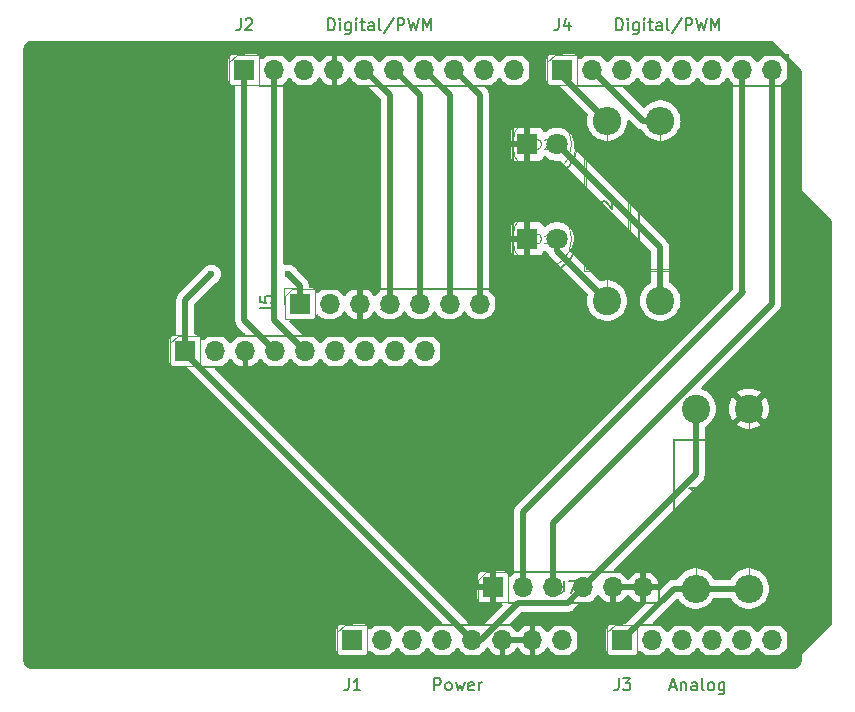
<source format=gbr>
%TF.GenerationSoftware,KiCad,Pcbnew,8.0.8*%
%TF.CreationDate,2025-03-11T12:26:50-06:00*%
%TF.ProjectId,BalloonProject,42616c6c-6f6f-46e5-9072-6f6a6563742e,rev?*%
%TF.SameCoordinates,Original*%
%TF.FileFunction,AssemblyDrawing,Top*%
%FSLAX46Y46*%
G04 Gerber Fmt 4.6, Leading zero omitted, Abs format (unit mm)*
G04 Created by KiCad (PCBNEW 8.0.8) date 2025-03-11 12:26:50*
%MOMM*%
%LPD*%
G01*
G04 APERTURE LIST*
%ADD10C,0.150000*%
%ADD11C,0.120000*%
%ADD12C,0.100000*%
%ADD13R,1.700000X1.700000*%
%ADD14O,1.700000X1.700000*%
%ADD15R,1.800000X1.800000*%
%ADD16C,1.800000*%
%ADD17C,2.400000*%
%ADD18O,2.400000X2.400000*%
%ADD19C,3.200000*%
%TA.AperFunction,ComponentPad*%
%ADD20R,1.700000X1.700000*%
%TD*%
%TA.AperFunction,ComponentPad*%
%ADD21O,1.700000X1.700000*%
%TD*%
%TA.AperFunction,ComponentPad*%
%ADD22R,1.800000X1.800000*%
%TD*%
%TA.AperFunction,ComponentPad*%
%ADD23C,1.800000*%
%TD*%
%TA.AperFunction,ComponentPad*%
%ADD24C,2.400000*%
%TD*%
%TA.AperFunction,ComponentPad*%
%ADD25O,2.400000X2.400000*%
%TD*%
%TA.AperFunction,ViaPad*%
%ADD26C,0.600000*%
%TD*%
%TA.AperFunction,Conductor*%
%ADD27C,0.508000*%
%TD*%
G04 APERTURE END LIST*
D10*
X134853809Y-101724819D02*
X134853809Y-100724819D01*
X134853809Y-100724819D02*
X135234761Y-100724819D01*
X135234761Y-100724819D02*
X135329999Y-100772438D01*
X135329999Y-100772438D02*
X135377618Y-100820057D01*
X135377618Y-100820057D02*
X135425237Y-100915295D01*
X135425237Y-100915295D02*
X135425237Y-101058152D01*
X135425237Y-101058152D02*
X135377618Y-101153390D01*
X135377618Y-101153390D02*
X135329999Y-101201009D01*
X135329999Y-101201009D02*
X135234761Y-101248628D01*
X135234761Y-101248628D02*
X134853809Y-101248628D01*
X135996666Y-101724819D02*
X135901428Y-101677200D01*
X135901428Y-101677200D02*
X135853809Y-101629580D01*
X135853809Y-101629580D02*
X135806190Y-101534342D01*
X135806190Y-101534342D02*
X135806190Y-101248628D01*
X135806190Y-101248628D02*
X135853809Y-101153390D01*
X135853809Y-101153390D02*
X135901428Y-101105771D01*
X135901428Y-101105771D02*
X135996666Y-101058152D01*
X135996666Y-101058152D02*
X136139523Y-101058152D01*
X136139523Y-101058152D02*
X136234761Y-101105771D01*
X136234761Y-101105771D02*
X136282380Y-101153390D01*
X136282380Y-101153390D02*
X136329999Y-101248628D01*
X136329999Y-101248628D02*
X136329999Y-101534342D01*
X136329999Y-101534342D02*
X136282380Y-101629580D01*
X136282380Y-101629580D02*
X136234761Y-101677200D01*
X136234761Y-101677200D02*
X136139523Y-101724819D01*
X136139523Y-101724819D02*
X135996666Y-101724819D01*
X136663333Y-101058152D02*
X136853809Y-101724819D01*
X136853809Y-101724819D02*
X137044285Y-101248628D01*
X137044285Y-101248628D02*
X137234761Y-101724819D01*
X137234761Y-101724819D02*
X137425237Y-101058152D01*
X138187142Y-101677200D02*
X138091904Y-101724819D01*
X138091904Y-101724819D02*
X137901428Y-101724819D01*
X137901428Y-101724819D02*
X137806190Y-101677200D01*
X137806190Y-101677200D02*
X137758571Y-101581961D01*
X137758571Y-101581961D02*
X137758571Y-101201009D01*
X137758571Y-101201009D02*
X137806190Y-101105771D01*
X137806190Y-101105771D02*
X137901428Y-101058152D01*
X137901428Y-101058152D02*
X138091904Y-101058152D01*
X138091904Y-101058152D02*
X138187142Y-101105771D01*
X138187142Y-101105771D02*
X138234761Y-101201009D01*
X138234761Y-101201009D02*
X138234761Y-101296247D01*
X138234761Y-101296247D02*
X137758571Y-101391485D01*
X138663333Y-101724819D02*
X138663333Y-101058152D01*
X138663333Y-101248628D02*
X138710952Y-101153390D01*
X138710952Y-101153390D02*
X138758571Y-101105771D01*
X138758571Y-101105771D02*
X138853809Y-101058152D01*
X138853809Y-101058152D02*
X138949047Y-101058152D01*
X127606666Y-100724819D02*
X127606666Y-101439104D01*
X127606666Y-101439104D02*
X127559047Y-101581961D01*
X127559047Y-101581961D02*
X127463809Y-101677200D01*
X127463809Y-101677200D02*
X127320952Y-101724819D01*
X127320952Y-101724819D02*
X127225714Y-101724819D01*
X128606666Y-101724819D02*
X128035238Y-101724819D01*
X128320952Y-101724819D02*
X128320952Y-100724819D01*
X128320952Y-100724819D02*
X128225714Y-100867676D01*
X128225714Y-100867676D02*
X128130476Y-100962914D01*
X128130476Y-100962914D02*
X128035238Y-101010533D01*
X154840476Y-101439104D02*
X155316666Y-101439104D01*
X154745238Y-101724819D02*
X155078571Y-100724819D01*
X155078571Y-100724819D02*
X155411904Y-101724819D01*
X155745238Y-101058152D02*
X155745238Y-101724819D01*
X155745238Y-101153390D02*
X155792857Y-101105771D01*
X155792857Y-101105771D02*
X155888095Y-101058152D01*
X155888095Y-101058152D02*
X156030952Y-101058152D01*
X156030952Y-101058152D02*
X156126190Y-101105771D01*
X156126190Y-101105771D02*
X156173809Y-101201009D01*
X156173809Y-101201009D02*
X156173809Y-101724819D01*
X157078571Y-101724819D02*
X157078571Y-101201009D01*
X157078571Y-101201009D02*
X157030952Y-101105771D01*
X157030952Y-101105771D02*
X156935714Y-101058152D01*
X156935714Y-101058152D02*
X156745238Y-101058152D01*
X156745238Y-101058152D02*
X156650000Y-101105771D01*
X157078571Y-101677200D02*
X156983333Y-101724819D01*
X156983333Y-101724819D02*
X156745238Y-101724819D01*
X156745238Y-101724819D02*
X156650000Y-101677200D01*
X156650000Y-101677200D02*
X156602381Y-101581961D01*
X156602381Y-101581961D02*
X156602381Y-101486723D01*
X156602381Y-101486723D02*
X156650000Y-101391485D01*
X156650000Y-101391485D02*
X156745238Y-101343866D01*
X156745238Y-101343866D02*
X156983333Y-101343866D01*
X156983333Y-101343866D02*
X157078571Y-101296247D01*
X157697619Y-101724819D02*
X157602381Y-101677200D01*
X157602381Y-101677200D02*
X157554762Y-101581961D01*
X157554762Y-101581961D02*
X157554762Y-100724819D01*
X158221429Y-101724819D02*
X158126191Y-101677200D01*
X158126191Y-101677200D02*
X158078572Y-101629580D01*
X158078572Y-101629580D02*
X158030953Y-101534342D01*
X158030953Y-101534342D02*
X158030953Y-101248628D01*
X158030953Y-101248628D02*
X158078572Y-101153390D01*
X158078572Y-101153390D02*
X158126191Y-101105771D01*
X158126191Y-101105771D02*
X158221429Y-101058152D01*
X158221429Y-101058152D02*
X158364286Y-101058152D01*
X158364286Y-101058152D02*
X158459524Y-101105771D01*
X158459524Y-101105771D02*
X158507143Y-101153390D01*
X158507143Y-101153390D02*
X158554762Y-101248628D01*
X158554762Y-101248628D02*
X158554762Y-101534342D01*
X158554762Y-101534342D02*
X158507143Y-101629580D01*
X158507143Y-101629580D02*
X158459524Y-101677200D01*
X158459524Y-101677200D02*
X158364286Y-101724819D01*
X158364286Y-101724819D02*
X158221429Y-101724819D01*
X159411905Y-101058152D02*
X159411905Y-101867676D01*
X159411905Y-101867676D02*
X159364286Y-101962914D01*
X159364286Y-101962914D02*
X159316667Y-102010533D01*
X159316667Y-102010533D02*
X159221429Y-102058152D01*
X159221429Y-102058152D02*
X159078572Y-102058152D01*
X159078572Y-102058152D02*
X158983334Y-102010533D01*
X159411905Y-101677200D02*
X159316667Y-101724819D01*
X159316667Y-101724819D02*
X159126191Y-101724819D01*
X159126191Y-101724819D02*
X159030953Y-101677200D01*
X159030953Y-101677200D02*
X158983334Y-101629580D01*
X158983334Y-101629580D02*
X158935715Y-101534342D01*
X158935715Y-101534342D02*
X158935715Y-101248628D01*
X158935715Y-101248628D02*
X158983334Y-101153390D01*
X158983334Y-101153390D02*
X159030953Y-101105771D01*
X159030953Y-101105771D02*
X159126191Y-101058152D01*
X159126191Y-101058152D02*
X159316667Y-101058152D01*
X159316667Y-101058152D02*
X159411905Y-101105771D01*
X150466666Y-100724819D02*
X150466666Y-101439104D01*
X150466666Y-101439104D02*
X150419047Y-101581961D01*
X150419047Y-101581961D02*
X150323809Y-101677200D01*
X150323809Y-101677200D02*
X150180952Y-101724819D01*
X150180952Y-101724819D02*
X150085714Y-101724819D01*
X150847619Y-100724819D02*
X151466666Y-100724819D01*
X151466666Y-100724819D02*
X151133333Y-101105771D01*
X151133333Y-101105771D02*
X151276190Y-101105771D01*
X151276190Y-101105771D02*
X151371428Y-101153390D01*
X151371428Y-101153390D02*
X151419047Y-101201009D01*
X151419047Y-101201009D02*
X151466666Y-101296247D01*
X151466666Y-101296247D02*
X151466666Y-101534342D01*
X151466666Y-101534342D02*
X151419047Y-101629580D01*
X151419047Y-101629580D02*
X151371428Y-101677200D01*
X151371428Y-101677200D02*
X151276190Y-101724819D01*
X151276190Y-101724819D02*
X150990476Y-101724819D01*
X150990476Y-101724819D02*
X150895238Y-101677200D01*
X150895238Y-101677200D02*
X150847619Y-101629580D01*
X125868857Y-45844819D02*
X125868857Y-44844819D01*
X125868857Y-44844819D02*
X126106952Y-44844819D01*
X126106952Y-44844819D02*
X126249809Y-44892438D01*
X126249809Y-44892438D02*
X126345047Y-44987676D01*
X126345047Y-44987676D02*
X126392666Y-45082914D01*
X126392666Y-45082914D02*
X126440285Y-45273390D01*
X126440285Y-45273390D02*
X126440285Y-45416247D01*
X126440285Y-45416247D02*
X126392666Y-45606723D01*
X126392666Y-45606723D02*
X126345047Y-45701961D01*
X126345047Y-45701961D02*
X126249809Y-45797200D01*
X126249809Y-45797200D02*
X126106952Y-45844819D01*
X126106952Y-45844819D02*
X125868857Y-45844819D01*
X126868857Y-45844819D02*
X126868857Y-45178152D01*
X126868857Y-44844819D02*
X126821238Y-44892438D01*
X126821238Y-44892438D02*
X126868857Y-44940057D01*
X126868857Y-44940057D02*
X126916476Y-44892438D01*
X126916476Y-44892438D02*
X126868857Y-44844819D01*
X126868857Y-44844819D02*
X126868857Y-44940057D01*
X127773618Y-45178152D02*
X127773618Y-45987676D01*
X127773618Y-45987676D02*
X127725999Y-46082914D01*
X127725999Y-46082914D02*
X127678380Y-46130533D01*
X127678380Y-46130533D02*
X127583142Y-46178152D01*
X127583142Y-46178152D02*
X127440285Y-46178152D01*
X127440285Y-46178152D02*
X127345047Y-46130533D01*
X127773618Y-45797200D02*
X127678380Y-45844819D01*
X127678380Y-45844819D02*
X127487904Y-45844819D01*
X127487904Y-45844819D02*
X127392666Y-45797200D01*
X127392666Y-45797200D02*
X127345047Y-45749580D01*
X127345047Y-45749580D02*
X127297428Y-45654342D01*
X127297428Y-45654342D02*
X127297428Y-45368628D01*
X127297428Y-45368628D02*
X127345047Y-45273390D01*
X127345047Y-45273390D02*
X127392666Y-45225771D01*
X127392666Y-45225771D02*
X127487904Y-45178152D01*
X127487904Y-45178152D02*
X127678380Y-45178152D01*
X127678380Y-45178152D02*
X127773618Y-45225771D01*
X128249809Y-45844819D02*
X128249809Y-45178152D01*
X128249809Y-44844819D02*
X128202190Y-44892438D01*
X128202190Y-44892438D02*
X128249809Y-44940057D01*
X128249809Y-44940057D02*
X128297428Y-44892438D01*
X128297428Y-44892438D02*
X128249809Y-44844819D01*
X128249809Y-44844819D02*
X128249809Y-44940057D01*
X128583142Y-45178152D02*
X128964094Y-45178152D01*
X128725999Y-44844819D02*
X128725999Y-45701961D01*
X128725999Y-45701961D02*
X128773618Y-45797200D01*
X128773618Y-45797200D02*
X128868856Y-45844819D01*
X128868856Y-45844819D02*
X128964094Y-45844819D01*
X129725999Y-45844819D02*
X129725999Y-45321009D01*
X129725999Y-45321009D02*
X129678380Y-45225771D01*
X129678380Y-45225771D02*
X129583142Y-45178152D01*
X129583142Y-45178152D02*
X129392666Y-45178152D01*
X129392666Y-45178152D02*
X129297428Y-45225771D01*
X129725999Y-45797200D02*
X129630761Y-45844819D01*
X129630761Y-45844819D02*
X129392666Y-45844819D01*
X129392666Y-45844819D02*
X129297428Y-45797200D01*
X129297428Y-45797200D02*
X129249809Y-45701961D01*
X129249809Y-45701961D02*
X129249809Y-45606723D01*
X129249809Y-45606723D02*
X129297428Y-45511485D01*
X129297428Y-45511485D02*
X129392666Y-45463866D01*
X129392666Y-45463866D02*
X129630761Y-45463866D01*
X129630761Y-45463866D02*
X129725999Y-45416247D01*
X130345047Y-45844819D02*
X130249809Y-45797200D01*
X130249809Y-45797200D02*
X130202190Y-45701961D01*
X130202190Y-45701961D02*
X130202190Y-44844819D01*
X131440285Y-44797200D02*
X130583143Y-46082914D01*
X131773619Y-45844819D02*
X131773619Y-44844819D01*
X131773619Y-44844819D02*
X132154571Y-44844819D01*
X132154571Y-44844819D02*
X132249809Y-44892438D01*
X132249809Y-44892438D02*
X132297428Y-44940057D01*
X132297428Y-44940057D02*
X132345047Y-45035295D01*
X132345047Y-45035295D02*
X132345047Y-45178152D01*
X132345047Y-45178152D02*
X132297428Y-45273390D01*
X132297428Y-45273390D02*
X132249809Y-45321009D01*
X132249809Y-45321009D02*
X132154571Y-45368628D01*
X132154571Y-45368628D02*
X131773619Y-45368628D01*
X132678381Y-44844819D02*
X132916476Y-45844819D01*
X132916476Y-45844819D02*
X133106952Y-45130533D01*
X133106952Y-45130533D02*
X133297428Y-45844819D01*
X133297428Y-45844819D02*
X133535524Y-44844819D01*
X133916476Y-45844819D02*
X133916476Y-44844819D01*
X133916476Y-44844819D02*
X134249809Y-45559104D01*
X134249809Y-45559104D02*
X134583142Y-44844819D01*
X134583142Y-44844819D02*
X134583142Y-45844819D01*
X118462666Y-44844819D02*
X118462666Y-45559104D01*
X118462666Y-45559104D02*
X118415047Y-45701961D01*
X118415047Y-45701961D02*
X118319809Y-45797200D01*
X118319809Y-45797200D02*
X118176952Y-45844819D01*
X118176952Y-45844819D02*
X118081714Y-45844819D01*
X118891238Y-44940057D02*
X118938857Y-44892438D01*
X118938857Y-44892438D02*
X119034095Y-44844819D01*
X119034095Y-44844819D02*
X119272190Y-44844819D01*
X119272190Y-44844819D02*
X119367428Y-44892438D01*
X119367428Y-44892438D02*
X119415047Y-44940057D01*
X119415047Y-44940057D02*
X119462666Y-45035295D01*
X119462666Y-45035295D02*
X119462666Y-45130533D01*
X119462666Y-45130533D02*
X119415047Y-45273390D01*
X119415047Y-45273390D02*
X118843619Y-45844819D01*
X118843619Y-45844819D02*
X119462666Y-45844819D01*
X150252857Y-45844819D02*
X150252857Y-44844819D01*
X150252857Y-44844819D02*
X150490952Y-44844819D01*
X150490952Y-44844819D02*
X150633809Y-44892438D01*
X150633809Y-44892438D02*
X150729047Y-44987676D01*
X150729047Y-44987676D02*
X150776666Y-45082914D01*
X150776666Y-45082914D02*
X150824285Y-45273390D01*
X150824285Y-45273390D02*
X150824285Y-45416247D01*
X150824285Y-45416247D02*
X150776666Y-45606723D01*
X150776666Y-45606723D02*
X150729047Y-45701961D01*
X150729047Y-45701961D02*
X150633809Y-45797200D01*
X150633809Y-45797200D02*
X150490952Y-45844819D01*
X150490952Y-45844819D02*
X150252857Y-45844819D01*
X151252857Y-45844819D02*
X151252857Y-45178152D01*
X151252857Y-44844819D02*
X151205238Y-44892438D01*
X151205238Y-44892438D02*
X151252857Y-44940057D01*
X151252857Y-44940057D02*
X151300476Y-44892438D01*
X151300476Y-44892438D02*
X151252857Y-44844819D01*
X151252857Y-44844819D02*
X151252857Y-44940057D01*
X152157618Y-45178152D02*
X152157618Y-45987676D01*
X152157618Y-45987676D02*
X152109999Y-46082914D01*
X152109999Y-46082914D02*
X152062380Y-46130533D01*
X152062380Y-46130533D02*
X151967142Y-46178152D01*
X151967142Y-46178152D02*
X151824285Y-46178152D01*
X151824285Y-46178152D02*
X151729047Y-46130533D01*
X152157618Y-45797200D02*
X152062380Y-45844819D01*
X152062380Y-45844819D02*
X151871904Y-45844819D01*
X151871904Y-45844819D02*
X151776666Y-45797200D01*
X151776666Y-45797200D02*
X151729047Y-45749580D01*
X151729047Y-45749580D02*
X151681428Y-45654342D01*
X151681428Y-45654342D02*
X151681428Y-45368628D01*
X151681428Y-45368628D02*
X151729047Y-45273390D01*
X151729047Y-45273390D02*
X151776666Y-45225771D01*
X151776666Y-45225771D02*
X151871904Y-45178152D01*
X151871904Y-45178152D02*
X152062380Y-45178152D01*
X152062380Y-45178152D02*
X152157618Y-45225771D01*
X152633809Y-45844819D02*
X152633809Y-45178152D01*
X152633809Y-44844819D02*
X152586190Y-44892438D01*
X152586190Y-44892438D02*
X152633809Y-44940057D01*
X152633809Y-44940057D02*
X152681428Y-44892438D01*
X152681428Y-44892438D02*
X152633809Y-44844819D01*
X152633809Y-44844819D02*
X152633809Y-44940057D01*
X152967142Y-45178152D02*
X153348094Y-45178152D01*
X153109999Y-44844819D02*
X153109999Y-45701961D01*
X153109999Y-45701961D02*
X153157618Y-45797200D01*
X153157618Y-45797200D02*
X153252856Y-45844819D01*
X153252856Y-45844819D02*
X153348094Y-45844819D01*
X154109999Y-45844819D02*
X154109999Y-45321009D01*
X154109999Y-45321009D02*
X154062380Y-45225771D01*
X154062380Y-45225771D02*
X153967142Y-45178152D01*
X153967142Y-45178152D02*
X153776666Y-45178152D01*
X153776666Y-45178152D02*
X153681428Y-45225771D01*
X154109999Y-45797200D02*
X154014761Y-45844819D01*
X154014761Y-45844819D02*
X153776666Y-45844819D01*
X153776666Y-45844819D02*
X153681428Y-45797200D01*
X153681428Y-45797200D02*
X153633809Y-45701961D01*
X153633809Y-45701961D02*
X153633809Y-45606723D01*
X153633809Y-45606723D02*
X153681428Y-45511485D01*
X153681428Y-45511485D02*
X153776666Y-45463866D01*
X153776666Y-45463866D02*
X154014761Y-45463866D01*
X154014761Y-45463866D02*
X154109999Y-45416247D01*
X154729047Y-45844819D02*
X154633809Y-45797200D01*
X154633809Y-45797200D02*
X154586190Y-45701961D01*
X154586190Y-45701961D02*
X154586190Y-44844819D01*
X155824285Y-44797200D02*
X154967143Y-46082914D01*
X156157619Y-45844819D02*
X156157619Y-44844819D01*
X156157619Y-44844819D02*
X156538571Y-44844819D01*
X156538571Y-44844819D02*
X156633809Y-44892438D01*
X156633809Y-44892438D02*
X156681428Y-44940057D01*
X156681428Y-44940057D02*
X156729047Y-45035295D01*
X156729047Y-45035295D02*
X156729047Y-45178152D01*
X156729047Y-45178152D02*
X156681428Y-45273390D01*
X156681428Y-45273390D02*
X156633809Y-45321009D01*
X156633809Y-45321009D02*
X156538571Y-45368628D01*
X156538571Y-45368628D02*
X156157619Y-45368628D01*
X157062381Y-44844819D02*
X157300476Y-45844819D01*
X157300476Y-45844819D02*
X157490952Y-45130533D01*
X157490952Y-45130533D02*
X157681428Y-45844819D01*
X157681428Y-45844819D02*
X157919524Y-44844819D01*
X158300476Y-45844819D02*
X158300476Y-44844819D01*
X158300476Y-44844819D02*
X158633809Y-45559104D01*
X158633809Y-45559104D02*
X158967142Y-44844819D01*
X158967142Y-44844819D02*
X158967142Y-45844819D01*
X145386666Y-44844819D02*
X145386666Y-45559104D01*
X145386666Y-45559104D02*
X145339047Y-45701961D01*
X145339047Y-45701961D02*
X145243809Y-45797200D01*
X145243809Y-45797200D02*
X145100952Y-45844819D01*
X145100952Y-45844819D02*
X145005714Y-45844819D01*
X146291428Y-45178152D02*
X146291428Y-45844819D01*
X146053333Y-44797200D02*
X145815238Y-45511485D01*
X145815238Y-45511485D02*
X146434285Y-45511485D01*
X123626666Y-72454819D02*
X123626666Y-73169104D01*
X123626666Y-73169104D02*
X123579047Y-73311961D01*
X123579047Y-73311961D02*
X123483809Y-73407200D01*
X123483809Y-73407200D02*
X123340952Y-73454819D01*
X123340952Y-73454819D02*
X123245714Y-73454819D01*
X124531428Y-72454819D02*
X124340952Y-72454819D01*
X124340952Y-72454819D02*
X124245714Y-72502438D01*
X124245714Y-72502438D02*
X124198095Y-72550057D01*
X124198095Y-72550057D02*
X124102857Y-72692914D01*
X124102857Y-72692914D02*
X124055238Y-72883390D01*
X124055238Y-72883390D02*
X124055238Y-73264342D01*
X124055238Y-73264342D02*
X124102857Y-73359580D01*
X124102857Y-73359580D02*
X124150476Y-73407200D01*
X124150476Y-73407200D02*
X124245714Y-73454819D01*
X124245714Y-73454819D02*
X124436190Y-73454819D01*
X124436190Y-73454819D02*
X124531428Y-73407200D01*
X124531428Y-73407200D02*
X124579047Y-73359580D01*
X124579047Y-73359580D02*
X124626666Y-73264342D01*
X124626666Y-73264342D02*
X124626666Y-73026247D01*
X124626666Y-73026247D02*
X124579047Y-72931009D01*
X124579047Y-72931009D02*
X124531428Y-72883390D01*
X124531428Y-72883390D02*
X124436190Y-72835771D01*
X124436190Y-72835771D02*
X124245714Y-72835771D01*
X124245714Y-72835771D02*
X124150476Y-72883390D01*
X124150476Y-72883390D02*
X124102857Y-72931009D01*
X124102857Y-72931009D02*
X124055238Y-73026247D01*
D11*
X143404524Y-55863855D02*
X143404524Y-55063855D01*
X143404524Y-55063855D02*
X143595000Y-55063855D01*
X143595000Y-55063855D02*
X143709286Y-55101950D01*
X143709286Y-55101950D02*
X143785476Y-55178140D01*
X143785476Y-55178140D02*
X143823571Y-55254331D01*
X143823571Y-55254331D02*
X143861667Y-55406712D01*
X143861667Y-55406712D02*
X143861667Y-55520998D01*
X143861667Y-55520998D02*
X143823571Y-55673379D01*
X143823571Y-55673379D02*
X143785476Y-55749569D01*
X143785476Y-55749569D02*
X143709286Y-55825760D01*
X143709286Y-55825760D02*
X143595000Y-55863855D01*
X143595000Y-55863855D02*
X143404524Y-55863855D01*
X144166428Y-55140045D02*
X144204524Y-55101950D01*
X144204524Y-55101950D02*
X144280714Y-55063855D01*
X144280714Y-55063855D02*
X144471190Y-55063855D01*
X144471190Y-55063855D02*
X144547381Y-55101950D01*
X144547381Y-55101950D02*
X144585476Y-55140045D01*
X144585476Y-55140045D02*
X144623571Y-55216236D01*
X144623571Y-55216236D02*
X144623571Y-55292426D01*
X144623571Y-55292426D02*
X144585476Y-55406712D01*
X144585476Y-55406712D02*
X144128333Y-55863855D01*
X144128333Y-55863855D02*
X144623571Y-55863855D01*
D10*
X145856666Y-92454819D02*
X145856666Y-93169104D01*
X145856666Y-93169104D02*
X145809047Y-93311961D01*
X145809047Y-93311961D02*
X145713809Y-93407200D01*
X145713809Y-93407200D02*
X145570952Y-93454819D01*
X145570952Y-93454819D02*
X145475714Y-93454819D01*
X146237619Y-92454819D02*
X146904285Y-92454819D01*
X146904285Y-92454819D02*
X146475714Y-93454819D01*
X149954819Y-61286666D02*
X149478628Y-61619999D01*
X149954819Y-61858094D02*
X148954819Y-61858094D01*
X148954819Y-61858094D02*
X148954819Y-61477142D01*
X148954819Y-61477142D02*
X149002438Y-61381904D01*
X149002438Y-61381904D02*
X149050057Y-61334285D01*
X149050057Y-61334285D02*
X149145295Y-61286666D01*
X149145295Y-61286666D02*
X149288152Y-61286666D01*
X149288152Y-61286666D02*
X149383390Y-61334285D01*
X149383390Y-61334285D02*
X149431009Y-61381904D01*
X149431009Y-61381904D02*
X149478628Y-61477142D01*
X149478628Y-61477142D02*
X149478628Y-61858094D01*
X149050057Y-60905713D02*
X149002438Y-60858094D01*
X149002438Y-60858094D02*
X148954819Y-60762856D01*
X148954819Y-60762856D02*
X148954819Y-60524761D01*
X148954819Y-60524761D02*
X149002438Y-60429523D01*
X149002438Y-60429523D02*
X149050057Y-60381904D01*
X149050057Y-60381904D02*
X149145295Y-60334285D01*
X149145295Y-60334285D02*
X149240533Y-60334285D01*
X149240533Y-60334285D02*
X149383390Y-60381904D01*
X149383390Y-60381904D02*
X149954819Y-60953332D01*
X149954819Y-60953332D02*
X149954819Y-60334285D01*
X154454819Y-61286666D02*
X153978628Y-61619999D01*
X154454819Y-61858094D02*
X153454819Y-61858094D01*
X153454819Y-61858094D02*
X153454819Y-61477142D01*
X153454819Y-61477142D02*
X153502438Y-61381904D01*
X153502438Y-61381904D02*
X153550057Y-61334285D01*
X153550057Y-61334285D02*
X153645295Y-61286666D01*
X153645295Y-61286666D02*
X153788152Y-61286666D01*
X153788152Y-61286666D02*
X153883390Y-61334285D01*
X153883390Y-61334285D02*
X153931009Y-61381904D01*
X153931009Y-61381904D02*
X153978628Y-61477142D01*
X153978628Y-61477142D02*
X153978628Y-61858094D01*
X153454819Y-60953332D02*
X153454819Y-60334285D01*
X153454819Y-60334285D02*
X153835771Y-60667618D01*
X153835771Y-60667618D02*
X153835771Y-60524761D01*
X153835771Y-60524761D02*
X153883390Y-60429523D01*
X153883390Y-60429523D02*
X153931009Y-60381904D01*
X153931009Y-60381904D02*
X154026247Y-60334285D01*
X154026247Y-60334285D02*
X154264342Y-60334285D01*
X154264342Y-60334285D02*
X154359580Y-60381904D01*
X154359580Y-60381904D02*
X154407200Y-60429523D01*
X154407200Y-60429523D02*
X154454819Y-60524761D01*
X154454819Y-60524761D02*
X154454819Y-60810475D01*
X154454819Y-60810475D02*
X154407200Y-60905713D01*
X154407200Y-60905713D02*
X154359580Y-60953332D01*
D11*
X143404524Y-63863855D02*
X143404524Y-63063855D01*
X143404524Y-63063855D02*
X143595000Y-63063855D01*
X143595000Y-63063855D02*
X143709286Y-63101950D01*
X143709286Y-63101950D02*
X143785476Y-63178140D01*
X143785476Y-63178140D02*
X143823571Y-63254331D01*
X143823571Y-63254331D02*
X143861667Y-63406712D01*
X143861667Y-63406712D02*
X143861667Y-63520998D01*
X143861667Y-63520998D02*
X143823571Y-63673379D01*
X143823571Y-63673379D02*
X143785476Y-63749569D01*
X143785476Y-63749569D02*
X143709286Y-63825760D01*
X143709286Y-63825760D02*
X143595000Y-63863855D01*
X143595000Y-63863855D02*
X143404524Y-63863855D01*
X144623571Y-63863855D02*
X144166428Y-63863855D01*
X144395000Y-63863855D02*
X144395000Y-63063855D01*
X144395000Y-63063855D02*
X144318809Y-63178140D01*
X144318809Y-63178140D02*
X144242619Y-63254331D01*
X144242619Y-63254331D02*
X144166428Y-63292426D01*
D10*
X130746666Y-68454819D02*
X130746666Y-69169104D01*
X130746666Y-69169104D02*
X130699047Y-69311961D01*
X130699047Y-69311961D02*
X130603809Y-69407200D01*
X130603809Y-69407200D02*
X130460952Y-69454819D01*
X130460952Y-69454819D02*
X130365714Y-69454819D01*
X131699047Y-68454819D02*
X131222857Y-68454819D01*
X131222857Y-68454819D02*
X131175238Y-68931009D01*
X131175238Y-68931009D02*
X131222857Y-68883390D01*
X131222857Y-68883390D02*
X131318095Y-68835771D01*
X131318095Y-68835771D02*
X131556190Y-68835771D01*
X131556190Y-68835771D02*
X131651428Y-68883390D01*
X131651428Y-68883390D02*
X131699047Y-68931009D01*
X131699047Y-68931009D02*
X131746666Y-69026247D01*
X131746666Y-69026247D02*
X131746666Y-69264342D01*
X131746666Y-69264342D02*
X131699047Y-69359580D01*
X131699047Y-69359580D02*
X131651428Y-69407200D01*
X131651428Y-69407200D02*
X131556190Y-69454819D01*
X131556190Y-69454819D02*
X131318095Y-69454819D01*
X131318095Y-69454819D02*
X131222857Y-69407200D01*
X131222857Y-69407200D02*
X131175238Y-69359580D01*
X156454819Y-86785713D02*
X156454819Y-86214285D01*
X157454819Y-86499999D02*
X156454819Y-86499999D01*
X157454819Y-85880951D02*
X156454819Y-85880951D01*
X156931009Y-85880951D02*
X156931009Y-85309523D01*
X157454819Y-85309523D02*
X156454819Y-85309523D01*
X157454819Y-84309523D02*
X157454819Y-84880951D01*
X157454819Y-84595237D02*
X156454819Y-84595237D01*
X156454819Y-84595237D02*
X156597676Y-84690475D01*
X156597676Y-84690475D02*
X156692914Y-84785713D01*
X156692914Y-84785713D02*
X156740533Y-84880951D01*
X161954819Y-85666666D02*
X161478628Y-85999999D01*
X161954819Y-86238094D02*
X160954819Y-86238094D01*
X160954819Y-86238094D02*
X160954819Y-85857142D01*
X160954819Y-85857142D02*
X161002438Y-85761904D01*
X161002438Y-85761904D02*
X161050057Y-85714285D01*
X161050057Y-85714285D02*
X161145295Y-85666666D01*
X161145295Y-85666666D02*
X161288152Y-85666666D01*
X161288152Y-85666666D02*
X161383390Y-85714285D01*
X161383390Y-85714285D02*
X161431009Y-85761904D01*
X161431009Y-85761904D02*
X161478628Y-85857142D01*
X161478628Y-85857142D02*
X161478628Y-86238094D01*
X161954819Y-84714285D02*
X161954819Y-85285713D01*
X161954819Y-84999999D02*
X160954819Y-84999999D01*
X160954819Y-84999999D02*
X161097676Y-85095237D01*
X161097676Y-85095237D02*
X161192914Y-85190475D01*
X161192914Y-85190475D02*
X161240533Y-85285713D01*
D12*
%TO.C,J1*%
X126670000Y-96825000D02*
X127305000Y-96190000D01*
X126670000Y-98730000D02*
X126670000Y-96825000D01*
X127305000Y-96190000D02*
X146990000Y-96190000D01*
X146990000Y-96190000D02*
X146990000Y-98730000D01*
X146990000Y-98730000D02*
X126670000Y-98730000D01*
%TO.C,J3*%
X149530000Y-96825000D02*
X150165000Y-96190000D01*
X149530000Y-98730000D02*
X149530000Y-96825000D01*
X150165000Y-96190000D02*
X164770000Y-96190000D01*
X164770000Y-96190000D02*
X164770000Y-98730000D01*
X164770000Y-98730000D02*
X149530000Y-98730000D01*
%TO.C,J2*%
X117526000Y-48565000D02*
X118161000Y-47930000D01*
X117526000Y-50470000D02*
X117526000Y-48565000D01*
X118161000Y-47930000D02*
X142926000Y-47930000D01*
X142926000Y-47930000D02*
X142926000Y-50470000D01*
X142926000Y-50470000D02*
X117526000Y-50470000D01*
%TO.C,J4*%
X144450000Y-48565000D02*
X145085000Y-47930000D01*
X144450000Y-50470000D02*
X144450000Y-48565000D01*
X145085000Y-47930000D02*
X164770000Y-47930000D01*
X164770000Y-47930000D02*
X164770000Y-50470000D01*
X164770000Y-50470000D02*
X144450000Y-50470000D01*
%TO.C,J6*%
X112530000Y-72365000D02*
X113165000Y-71730000D01*
X112530000Y-74270000D02*
X112530000Y-72365000D01*
X113165000Y-71730000D02*
X135390000Y-71730000D01*
X135390000Y-71730000D02*
X135390000Y-74270000D01*
X135390000Y-74270000D02*
X112530000Y-74270000D01*
%TO.C,D2*%
X141495000Y-54030306D02*
X141495000Y-56969694D01*
X141495000Y-54030306D02*
G75*
G02*
X141495046Y-56969772I2500000J-1469694D01*
G01*
X146495000Y-55500000D02*
G75*
G02*
X141495000Y-55500000I-2500000J0D01*
G01*
X141495000Y-55500000D02*
G75*
G02*
X146495000Y-55500000I2500000J0D01*
G01*
%TO.C,J7*%
X138570000Y-92365000D02*
X139205000Y-91730000D01*
X138570000Y-94270000D02*
X138570000Y-92365000D01*
X139205000Y-91730000D02*
X153810000Y-91730000D01*
X153810000Y-91730000D02*
X153810000Y-94270000D01*
X153810000Y-94270000D02*
X138570000Y-94270000D01*
%TO.C,R2*%
X147700000Y-56170000D02*
X147700000Y-66070000D01*
X147700000Y-66070000D02*
X151300000Y-66070000D01*
X149500000Y-53500000D02*
X149500000Y-56170000D01*
X149500000Y-68740000D02*
X149500000Y-66070000D01*
X151300000Y-56170000D02*
X147700000Y-56170000D01*
X151300000Y-66070000D02*
X151300000Y-56170000D01*
%TO.C,R3*%
X152200000Y-56170000D02*
X152200000Y-66070000D01*
X152200000Y-66070000D02*
X155800000Y-66070000D01*
X154000000Y-53500000D02*
X154000000Y-56170000D01*
X154000000Y-68740000D02*
X154000000Y-66070000D01*
X155800000Y-56170000D02*
X152200000Y-56170000D01*
X155800000Y-66070000D02*
X155800000Y-56170000D01*
%TO.C,D1*%
X141495000Y-62030306D02*
X141495000Y-64969694D01*
X141495000Y-62030306D02*
G75*
G02*
X141495046Y-64969772I2500000J-1469694D01*
G01*
X146495000Y-63500000D02*
G75*
G02*
X141495000Y-63500000I-2500000J0D01*
G01*
X141495000Y-63500000D02*
G75*
G02*
X146495000Y-63500000I2500000J0D01*
G01*
%TO.C,J5*%
X122190000Y-68365000D02*
X122825000Y-67730000D01*
X122190000Y-70270000D02*
X122190000Y-68365000D01*
X122825000Y-67730000D02*
X139970000Y-67730000D01*
X139970000Y-67730000D02*
X139970000Y-70270000D01*
X139970000Y-70270000D02*
X122190000Y-70270000D01*
%TO.C,NXRT15XH103FA1B030*%
X155200000Y-80550000D02*
X155200000Y-90450000D01*
X155200000Y-90450000D02*
X158800000Y-90450000D01*
X157000000Y-77880000D02*
X157000000Y-80550000D01*
X157000000Y-93120000D02*
X157000000Y-90450000D01*
X158800000Y-80550000D02*
X155200000Y-80550000D01*
X158800000Y-90450000D02*
X158800000Y-80550000D01*
%TO.C,R1*%
X159700000Y-80550000D02*
X159700000Y-90450000D01*
X159700000Y-90450000D02*
X163300000Y-90450000D01*
X161500000Y-77880000D02*
X161500000Y-80550000D01*
X161500000Y-93120000D02*
X161500000Y-90450000D01*
X163300000Y-80550000D02*
X159700000Y-80550000D01*
X163300000Y-90450000D02*
X163300000Y-80550000D01*
%TD*%
D13*
%TO.C,J1*%
X127940000Y-97460000D03*
D14*
X130480000Y-97460000D03*
X133020000Y-97460000D03*
X135560000Y-97460000D03*
X138100000Y-97460000D03*
X140640000Y-97460000D03*
X143180000Y-97460000D03*
X145720000Y-97460000D03*
%TD*%
D13*
%TO.C,J3*%
X150800000Y-97460000D03*
D14*
X153340000Y-97460000D03*
X155880000Y-97460000D03*
X158420000Y-97460000D03*
X160960000Y-97460000D03*
X163500000Y-97460000D03*
%TD*%
D13*
%TO.C,J2*%
X118796000Y-49200000D03*
D14*
X121336000Y-49200000D03*
X123876000Y-49200000D03*
X126416000Y-49200000D03*
X128956000Y-49200000D03*
X131496000Y-49200000D03*
X134036000Y-49200000D03*
X136576000Y-49200000D03*
X139116000Y-49200000D03*
X141656000Y-49200000D03*
%TD*%
D13*
%TO.C,J4*%
X145720000Y-49200000D03*
D14*
X148260000Y-49200000D03*
X150800000Y-49200000D03*
X153340000Y-49200000D03*
X155880000Y-49200000D03*
X158420000Y-49200000D03*
X160960000Y-49200000D03*
X163500000Y-49200000D03*
%TD*%
D13*
%TO.C,J6*%
X113800000Y-73000000D03*
D14*
X116340000Y-73000000D03*
X118880000Y-73000000D03*
X121420000Y-73000000D03*
X123960000Y-73000000D03*
X126500000Y-73000000D03*
X129040000Y-73000000D03*
X131580000Y-73000000D03*
X134120000Y-73000000D03*
%TD*%
D15*
%TO.C,D2*%
X142725000Y-55500000D03*
D16*
X145265000Y-55500000D03*
%TD*%
D13*
%TO.C,J7*%
X139840000Y-93000000D03*
D14*
X142380000Y-93000000D03*
X144920000Y-93000000D03*
X147460000Y-93000000D03*
X150000000Y-93000000D03*
X152540000Y-93000000D03*
%TD*%
D17*
%TO.C,R2*%
X149500000Y-68740000D03*
D18*
X149500000Y-53500000D03*
%TD*%
D17*
%TO.C,R3*%
X154000000Y-68740000D03*
D18*
X154000000Y-53500000D03*
%TD*%
D19*
%TO.C,MH1*%
X115240000Y-49200000D03*
%TD*%
D15*
%TO.C,D1*%
X142725000Y-63500000D03*
D16*
X145265000Y-63500000D03*
%TD*%
D13*
%TO.C,J5*%
X123460000Y-69000000D03*
D14*
X126000000Y-69000000D03*
X128540000Y-69000000D03*
X131080000Y-69000000D03*
X133620000Y-69000000D03*
X136160000Y-69000000D03*
X138700000Y-69000000D03*
%TD*%
D19*
%TO.C,MH2*%
X113970000Y-97460000D03*
%TD*%
D17*
%TO.C,NXRT15XH103FA1B030*%
X157000000Y-77880000D03*
D18*
X157000000Y-93120000D03*
%TD*%
D19*
%TO.C,MH3*%
X166040000Y-64440000D03*
%TD*%
D17*
%TO.C,R1*%
X161500000Y-77880000D03*
D18*
X161500000Y-93120000D03*
%TD*%
D19*
%TO.C,MH4*%
X166040000Y-92380000D03*
%TD*%
D20*
%TO.P,J1,1,Pin_1*%
%TO.N,unconnected-(J1-Pin_1-Pad1)*%
X127940000Y-97460000D03*
D21*
%TO.P,J1,2,Pin_2*%
%TO.N,/IOREF*%
X130480000Y-97460000D03*
%TO.P,J1,3,Pin_3*%
%TO.N,/~{RESET}*%
X133020000Y-97460000D03*
%TO.P,J1,4,Pin_4*%
%TO.N,+3V3*%
X135560000Y-97460000D03*
%TO.P,J1,5,Pin_5*%
%TO.N,+5V*%
X138100000Y-97460000D03*
%TO.P,J1,6,Pin_6*%
%TO.N,GND*%
X140640000Y-97460000D03*
%TO.P,J1,7,Pin_7*%
X143180000Y-97460000D03*
%TO.P,J1,8,Pin_8*%
%TO.N,VCC*%
X145720000Y-97460000D03*
%TD*%
D20*
%TO.P,J3,1,Pin_1*%
%TO.N,/A0*%
X150800000Y-97460000D03*
D21*
%TO.P,J3,2,Pin_2*%
%TO.N,/A1*%
X153340000Y-97460000D03*
%TO.P,J3,3,Pin_3*%
%TO.N,/A2*%
X155880000Y-97460000D03*
%TO.P,J3,4,Pin_4*%
%TO.N,/A3*%
X158420000Y-97460000D03*
%TO.P,J3,5,Pin_5*%
%TO.N,unconnected-(J3-Pin_5-Pad5)*%
X160960000Y-97460000D03*
%TO.P,J3,6,Pin_6*%
%TO.N,unconnected-(J3-Pin_6-Pad6)*%
X163500000Y-97460000D03*
%TD*%
D20*
%TO.P,J2,1,Pin_1*%
%TO.N,/I2C_SCL*%
X118796000Y-49200000D03*
D21*
%TO.P,J2,2,Pin_2*%
%TO.N,/I2C_SDA*%
X121336000Y-49200000D03*
%TO.P,J2,3,Pin_3*%
%TO.N,/AREF*%
X123876000Y-49200000D03*
%TO.P,J2,4,Pin_4*%
%TO.N,GND*%
X126416000Y-49200000D03*
%TO.P,J2,5,Pin_5*%
%TO.N,/SPI_SCK*%
X128956000Y-49200000D03*
%TO.P,J2,6,Pin_6*%
%TO.N,/SPI_SDO*%
X131496000Y-49200000D03*
%TO.P,J2,7,Pin_7*%
%TO.N,/SPI_SDI*%
X134036000Y-49200000D03*
%TO.P,J2,8,Pin_8*%
%TO.N,/SPI_CS*%
X136576000Y-49200000D03*
%TO.P,J2,9,Pin_9*%
%TO.N,/\u002A9*%
X139116000Y-49200000D03*
%TO.P,J2,10,Pin_10*%
%TO.N,/8*%
X141656000Y-49200000D03*
%TD*%
D20*
%TO.P,J4,1,Pin_1*%
%TO.N,/RED_LED*%
X145720000Y-49200000D03*
D21*
%TO.P,J4,2,Pin_2*%
%TO.N,/GREEN_LED*%
X148260000Y-49200000D03*
%TO.P,J4,3,Pin_3*%
%TO.N,/\u002A5*%
X150800000Y-49200000D03*
%TO.P,J4,4,Pin_4*%
%TO.N,/4*%
X153340000Y-49200000D03*
%TO.P,J4,5,Pin_5*%
%TO.N,/\u002A3*%
X155880000Y-49200000D03*
%TO.P,J4,6,Pin_6*%
%TO.N,/2*%
X158420000Y-49200000D03*
%TO.P,J4,7,Pin_7*%
%TO.N,/TX{slash}1*%
X160960000Y-49200000D03*
%TO.P,J4,8,Pin_8*%
%TO.N,/RX{slash}0*%
X163500000Y-49200000D03*
%TD*%
D20*
%TO.P,J6,1,Pin_1*%
%TO.N,+5V*%
X113800000Y-73000000D03*
D21*
%TO.P,J6,2,Pin_2*%
%TO.N,unconnected-(J6-Pin_2-Pad2)*%
X116340000Y-73000000D03*
%TO.P,J6,3,Pin_3*%
%TO.N,GND*%
X118880000Y-73000000D03*
%TO.P,J6,4,Pin_4*%
%TO.N,/I2C_SCL*%
X121420000Y-73000000D03*
%TO.P,J6,5,Pin_5*%
%TO.N,/I2C_SDA*%
X123960000Y-73000000D03*
%TO.P,J6,6,Pin_6*%
%TO.N,unconnected-(J6-Pin_6-Pad6)*%
X126500000Y-73000000D03*
%TO.P,J6,7,Pin_7*%
%TO.N,unconnected-(J6-Pin_7-Pad7)*%
X129040000Y-73000000D03*
%TO.P,J6,8,Pin_8*%
%TO.N,unconnected-(J6-Pin_8-Pad8)*%
X131580000Y-73000000D03*
%TO.P,J6,9,Pin_9*%
%TO.N,unconnected-(J6-Pin_9-Pad9)*%
X134120000Y-73000000D03*
%TD*%
D22*
%TO.P,D2,1,K*%
%TO.N,GND*%
X142725000Y-55500000D03*
D23*
%TO.P,D2,2,A*%
%TO.N,Net-(D2-A)*%
X145265000Y-55500000D03*
%TD*%
D20*
%TO.P,J7,1,Pin_1*%
%TO.N,GND*%
X139840000Y-93000000D03*
D21*
%TO.P,J7,2,Pin_2*%
%TO.N,/TX{slash}1*%
X142380000Y-93000000D03*
%TO.P,J7,3,Pin_3*%
%TO.N,/RX{slash}0*%
X144920000Y-93000000D03*
%TO.P,J7,4,Pin_4*%
%TO.N,+5V*%
X147460000Y-93000000D03*
%TO.P,J7,5,Pin_5*%
%TO.N,GND*%
X150000000Y-93000000D03*
%TO.P,J7,6,Pin_6*%
X152540000Y-93000000D03*
%TD*%
D24*
%TO.P,R2,1*%
%TO.N,Net-(D1-A)*%
X149500000Y-68740000D03*
D25*
%TO.P,R2,2*%
%TO.N,/RED_LED*%
X149500000Y-53500000D03*
%TD*%
D24*
%TO.P,R3,1*%
%TO.N,Net-(D2-A)*%
X154000000Y-68740000D03*
D25*
%TO.P,R3,2*%
%TO.N,/GREEN_LED*%
X154000000Y-53500000D03*
%TD*%
D22*
%TO.P,D1,1,K*%
%TO.N,GND*%
X142725000Y-63500000D03*
D23*
%TO.P,D1,2,A*%
%TO.N,Net-(D1-A)*%
X145265000Y-63500000D03*
%TD*%
D20*
%TO.P,J5,1,Pin_1*%
%TO.N,+5V*%
X123460000Y-69000000D03*
D21*
%TO.P,J5,2,Pin_2*%
%TO.N,unconnected-(J5-Pin_2-Pad2)*%
X126000000Y-69000000D03*
%TO.P,J5,3,Pin_3*%
%TO.N,GND*%
X128540000Y-69000000D03*
%TO.P,J5,4,Pin_4*%
%TO.N,/SPI_SCK*%
X131080000Y-69000000D03*
%TO.P,J5,5,Pin_5*%
%TO.N,/SPI_SDO*%
X133620000Y-69000000D03*
%TO.P,J5,6,Pin_6*%
%TO.N,/SPI_SDI*%
X136160000Y-69000000D03*
%TO.P,J5,7,Pin_7*%
%TO.N,/SPI_CS*%
X138700000Y-69000000D03*
%TD*%
D24*
%TO.P,NXRT15XH103FA1B030,1*%
%TO.N,+5V*%
X157000000Y-77880000D03*
D25*
%TO.P,NXRT15XH103FA1B030,2*%
%TO.N,/A0*%
X157000000Y-93120000D03*
%TD*%
D24*
%TO.P,R1,1*%
%TO.N,GND*%
X161500000Y-77880000D03*
D25*
%TO.P,R1,2*%
%TO.N,/A0*%
X161500000Y-93120000D03*
%TD*%
D26*
%TO.N,+5V*%
X116000000Y-66500000D03*
X122500000Y-66500000D03*
%TD*%
D27*
%TO.N,+5V*%
X113800000Y-73000000D02*
X113800000Y-73160000D01*
X113800000Y-68700000D02*
X116000000Y-66500000D01*
X113800000Y-73000000D02*
X113800000Y-68700000D01*
X157000000Y-83460000D02*
X147460000Y-93000000D01*
X123460000Y-67460000D02*
X122500000Y-66500000D01*
X157000000Y-77880000D02*
X157000000Y-83460000D01*
X123460000Y-69000000D02*
X123460000Y-67460000D01*
X113800000Y-73160000D02*
X138100000Y-97460000D01*
X138795865Y-97460000D02*
X141951865Y-94304000D01*
X141951865Y-94304000D02*
X146156000Y-94304000D01*
X138100000Y-97460000D02*
X138795865Y-97460000D01*
X146156000Y-94304000D02*
X147460000Y-93000000D01*
%TO.N,/A0*%
X157000000Y-93120000D02*
X155140000Y-93120000D01*
X155140000Y-93120000D02*
X150800000Y-97460000D01*
X157000000Y-93120000D02*
X161500000Y-93120000D01*
%TO.N,Net-(D1-A)*%
X149500000Y-68740000D02*
X145265000Y-64505000D01*
X145265000Y-64505000D02*
X145265000Y-63500000D01*
%TO.N,Net-(D2-A)*%
X154000000Y-64235000D02*
X145265000Y-55500000D01*
X154000000Y-68740000D02*
X154000000Y-64235000D01*
%TO.N,/SPI_SDI*%
X136160000Y-51324000D02*
X134036000Y-49200000D01*
X136160000Y-69000000D02*
X136160000Y-51324000D01*
%TO.N,/I2C_SCL*%
X118796000Y-70376000D02*
X118796000Y-49200000D01*
X121420000Y-73000000D02*
X118796000Y-70376000D01*
%TO.N,/SPI_SDO*%
X133620000Y-51324000D02*
X131496000Y-49200000D01*
X133620000Y-69000000D02*
X133620000Y-51324000D01*
%TO.N,/SPI_SCK*%
X131080000Y-69000000D02*
X131080000Y-51324000D01*
X131080000Y-51324000D02*
X128956000Y-49200000D01*
%TO.N,/TX{slash}1*%
X160960000Y-49200000D02*
X160960000Y-67960000D01*
X142380000Y-86620000D02*
X142380000Y-93000000D01*
X160960000Y-67960000D02*
X161000000Y-68000000D01*
X161000000Y-68000000D02*
X142380000Y-86620000D01*
%TO.N,/RX{slash}0*%
X144920000Y-93000000D02*
X144920000Y-87580000D01*
X163500000Y-69000000D02*
X163500000Y-49200000D01*
X144920000Y-87580000D02*
X163500000Y-69000000D01*
%TO.N,/SPI_CS*%
X138700000Y-51324000D02*
X136576000Y-49200000D01*
X138700000Y-69000000D02*
X138700000Y-51324000D01*
%TO.N,/I2C_SDA*%
X121336000Y-70376000D02*
X121336000Y-49200000D01*
X123960000Y-73000000D02*
X121336000Y-70376000D01*
%TO.N,/RED_LED*%
X145720000Y-49720000D02*
X145720000Y-49200000D01*
X145448000Y-49472000D02*
X145720000Y-49200000D01*
X149500000Y-53500000D02*
X145720000Y-49720000D01*
%TO.N,/GREEN_LED*%
X152560000Y-53500000D02*
X148260000Y-49200000D01*
X154000000Y-53500000D02*
X152560000Y-53500000D01*
%TD*%
%TA.AperFunction,Conductor*%
%TO.N,GND*%
G36*
X142714075Y-97267007D02*
G01*
X142680000Y-97394174D01*
X142680000Y-97525826D01*
X142714075Y-97652993D01*
X142746988Y-97710000D01*
X141073012Y-97710000D01*
X141105925Y-97652993D01*
X141140000Y-97525826D01*
X141140000Y-97394174D01*
X141105925Y-97267007D01*
X141073012Y-97210000D01*
X142746988Y-97210000D01*
X142714075Y-97267007D01*
G37*
%TD.AperFunction*%
%TA.AperFunction,Conductor*%
G36*
X152074075Y-92807007D02*
G01*
X152040000Y-92934174D01*
X152040000Y-93065826D01*
X152074075Y-93192993D01*
X152106988Y-93250000D01*
X150433012Y-93250000D01*
X150465925Y-93192993D01*
X150500000Y-93065826D01*
X150500000Y-92934174D01*
X150465925Y-92807007D01*
X150433012Y-92750000D01*
X152106988Y-92750000D01*
X152074075Y-92807007D01*
G37*
%TD.AperFunction*%
%TA.AperFunction,Conductor*%
G36*
X126666000Y-50530633D02*
G01*
X126879483Y-50473433D01*
X126879492Y-50473429D01*
X127093578Y-50373600D01*
X127287082Y-50238105D01*
X127454105Y-50071082D01*
X127580868Y-49890048D01*
X127635445Y-49846423D01*
X127704944Y-49839231D01*
X127767298Y-49870753D01*
X127786251Y-49893350D01*
X127880276Y-50037265D01*
X127880284Y-50037276D01*
X128032756Y-50202902D01*
X128032761Y-50202907D01*
X128032766Y-50202911D01*
X128210424Y-50341189D01*
X128210425Y-50341189D01*
X128210427Y-50341191D01*
X128270314Y-50373600D01*
X128408426Y-50448342D01*
X128605567Y-50516020D01*
X128618906Y-50520600D01*
X128621365Y-50521444D01*
X128843431Y-50558500D01*
X129068567Y-50558500D01*
X129068569Y-50558500D01*
X129149239Y-50545038D01*
X129218601Y-50553420D01*
X129257328Y-50579666D01*
X130281181Y-51603519D01*
X130314666Y-51664842D01*
X130317500Y-51691200D01*
X130317500Y-67811363D01*
X130297815Y-67878402D01*
X130269664Y-67909216D01*
X130156756Y-67997097D01*
X130004284Y-68162723D01*
X130004276Y-68162734D01*
X129910251Y-68306650D01*
X129857105Y-68352007D01*
X129787873Y-68361430D01*
X129724538Y-68331928D01*
X129704868Y-68309951D01*
X129578113Y-68128926D01*
X129578108Y-68128920D01*
X129411082Y-67961894D01*
X129217578Y-67826399D01*
X129003492Y-67726570D01*
X129003486Y-67726567D01*
X128790000Y-67669364D01*
X128790000Y-68566988D01*
X128732993Y-68534075D01*
X128605826Y-68500000D01*
X128474174Y-68500000D01*
X128347007Y-68534075D01*
X128290000Y-68566988D01*
X128290000Y-67669364D01*
X128289999Y-67669364D01*
X128076513Y-67726567D01*
X128076507Y-67726570D01*
X127862422Y-67826399D01*
X127862420Y-67826400D01*
X127668926Y-67961886D01*
X127668920Y-67961891D01*
X127501891Y-68128920D01*
X127501890Y-68128922D01*
X127375131Y-68309952D01*
X127320554Y-68353577D01*
X127251055Y-68360769D01*
X127188701Y-68329247D01*
X127169752Y-68306656D01*
X127075722Y-68162732D01*
X127075715Y-68162725D01*
X127075715Y-68162723D01*
X126923243Y-67997097D01*
X126923238Y-67997092D01*
X126745577Y-67858812D01*
X126745572Y-67858808D01*
X126547580Y-67751661D01*
X126547577Y-67751659D01*
X126547574Y-67751658D01*
X126547571Y-67751657D01*
X126547569Y-67751656D01*
X126334637Y-67678556D01*
X126112569Y-67641500D01*
X125887431Y-67641500D01*
X125665362Y-67678556D01*
X125452430Y-67751656D01*
X125452419Y-67751661D01*
X125254427Y-67858808D01*
X125254422Y-67858812D01*
X125076761Y-67997092D01*
X125013548Y-68065760D01*
X124953661Y-68101750D01*
X124883823Y-68099649D01*
X124826207Y-68060124D01*
X124806138Y-68025110D01*
X124760889Y-67903796D01*
X124727214Y-67858812D01*
X124673261Y-67786739D01*
X124556204Y-67699111D01*
X124419203Y-67648011D01*
X124358654Y-67641500D01*
X124358638Y-67641500D01*
X124346500Y-67641500D01*
X124279461Y-67621815D01*
X124233706Y-67569011D01*
X124222500Y-67517500D01*
X124222500Y-67384897D01*
X124193198Y-67237592D01*
X124193197Y-67237591D01*
X124193197Y-67237587D01*
X124135718Y-67098821D01*
X124090736Y-67031500D01*
X124090736Y-67031499D01*
X124052271Y-66973932D01*
X124052268Y-66973929D01*
X123255112Y-66176774D01*
X123237725Y-66152267D01*
X123236748Y-66152882D01*
X123136110Y-65992718D01*
X123007281Y-65863889D01*
X122853017Y-65766958D01*
X122853016Y-65766957D01*
X122853015Y-65766957D01*
X122798693Y-65747949D01*
X122681046Y-65706782D01*
X122681041Y-65706781D01*
X122500004Y-65686384D01*
X122499996Y-65686384D01*
X122318958Y-65706781D01*
X122318950Y-65706783D01*
X122263454Y-65726202D01*
X122193675Y-65729763D01*
X122133048Y-65695034D01*
X122100821Y-65633040D01*
X122098500Y-65609160D01*
X122098500Y-50388635D01*
X122118185Y-50321596D01*
X122146338Y-50290782D01*
X122169910Y-50272434D01*
X122259240Y-50202906D01*
X122380594Y-50071082D01*
X122411715Y-50037276D01*
X122411715Y-50037275D01*
X122411722Y-50037268D01*
X122502193Y-49898790D01*
X122555338Y-49853437D01*
X122624569Y-49844013D01*
X122687905Y-49873515D01*
X122709804Y-49898787D01*
X122800278Y-50037268D01*
X122800283Y-50037273D01*
X122800284Y-50037276D01*
X122952756Y-50202902D01*
X122952761Y-50202907D01*
X122952766Y-50202911D01*
X123130424Y-50341189D01*
X123130425Y-50341189D01*
X123130427Y-50341191D01*
X123190314Y-50373600D01*
X123328426Y-50448342D01*
X123525567Y-50516020D01*
X123538906Y-50520600D01*
X123541365Y-50521444D01*
X123763431Y-50558500D01*
X123988569Y-50558500D01*
X124210635Y-50521444D01*
X124423574Y-50448342D01*
X124621576Y-50341189D01*
X124799240Y-50202906D01*
X124920594Y-50071082D01*
X124951715Y-50037276D01*
X124951715Y-50037275D01*
X124951722Y-50037268D01*
X125045749Y-49893347D01*
X125098894Y-49847994D01*
X125168125Y-49838570D01*
X125231461Y-49868072D01*
X125251130Y-49890048D01*
X125377890Y-50071078D01*
X125544917Y-50238105D01*
X125738421Y-50373600D01*
X125952507Y-50473429D01*
X125952516Y-50473433D01*
X126166000Y-50530634D01*
X126166000Y-49633012D01*
X126223007Y-49665925D01*
X126350174Y-49700000D01*
X126481826Y-49700000D01*
X126608993Y-49665925D01*
X126666000Y-49633012D01*
X126666000Y-50530633D01*
G37*
%TD.AperFunction*%
%TA.AperFunction,Conductor*%
G36*
X163484404Y-46755185D02*
G01*
X163505046Y-46771819D01*
X165928181Y-49194954D01*
X165961666Y-49256277D01*
X165964500Y-49282635D01*
X165964500Y-59344982D01*
X165964500Y-59375018D01*
X165975994Y-59402767D01*
X165975995Y-59402768D01*
X168468181Y-61894954D01*
X168501666Y-61956277D01*
X168504500Y-61982635D01*
X168504500Y-96107364D01*
X168484815Y-96174403D01*
X168468181Y-96195045D01*
X165997233Y-98665994D01*
X165975995Y-98687231D01*
X165964500Y-98714982D01*
X165964500Y-99231907D01*
X165963903Y-99244062D01*
X165952505Y-99359778D01*
X165947763Y-99383618D01*
X165917832Y-99482290D01*
X165915789Y-99489024D01*
X165906486Y-99511482D01*
X165854561Y-99608627D01*
X165841056Y-99628839D01*
X165771176Y-99713988D01*
X165753988Y-99731176D01*
X165668839Y-99801056D01*
X165648627Y-99814561D01*
X165551482Y-99866486D01*
X165529028Y-99875787D01*
X165487028Y-99888528D01*
X165423618Y-99907763D01*
X165399778Y-99912505D01*
X165291162Y-99923203D01*
X165284060Y-99923903D01*
X165271907Y-99924500D01*
X100768093Y-99924500D01*
X100755939Y-99923903D01*
X100747995Y-99923120D01*
X100640221Y-99912505D01*
X100616381Y-99907763D01*
X100599445Y-99902625D01*
X100510968Y-99875786D01*
X100488517Y-99866486D01*
X100391372Y-99814561D01*
X100371160Y-99801056D01*
X100286011Y-99731176D01*
X100268823Y-99713988D01*
X100198943Y-99628839D01*
X100185438Y-99608627D01*
X100133510Y-99511476D01*
X100124215Y-99489037D01*
X100092234Y-99383612D01*
X100087494Y-99359777D01*
X100076097Y-99244061D01*
X100075500Y-99231907D01*
X100075500Y-72101345D01*
X112441500Y-72101345D01*
X112441500Y-73898654D01*
X112448011Y-73959202D01*
X112448011Y-73959204D01*
X112499111Y-74096204D01*
X112586739Y-74213261D01*
X112703796Y-74300889D01*
X112840799Y-74351989D01*
X112868050Y-74354918D01*
X112901345Y-74358499D01*
X112901362Y-74358500D01*
X113868800Y-74358500D01*
X113935839Y-74378185D01*
X113956481Y-74394819D01*
X135461971Y-95900309D01*
X135495456Y-95961632D01*
X135490472Y-96031324D01*
X135448600Y-96087257D01*
X135394700Y-96110299D01*
X135225361Y-96138556D01*
X135012430Y-96211656D01*
X135012419Y-96211661D01*
X134814427Y-96318808D01*
X134814422Y-96318812D01*
X134636761Y-96457092D01*
X134636756Y-96457097D01*
X134484284Y-96622723D01*
X134484276Y-96622734D01*
X134393808Y-96761206D01*
X134340662Y-96806562D01*
X134271431Y-96815986D01*
X134208095Y-96786484D01*
X134186192Y-96761206D01*
X134095723Y-96622734D01*
X134095715Y-96622723D01*
X133943243Y-96457097D01*
X133943238Y-96457092D01*
X133765577Y-96318812D01*
X133765572Y-96318808D01*
X133567580Y-96211661D01*
X133567577Y-96211659D01*
X133567574Y-96211658D01*
X133567571Y-96211657D01*
X133567569Y-96211656D01*
X133354637Y-96138556D01*
X133132569Y-96101500D01*
X132907431Y-96101500D01*
X132685362Y-96138556D01*
X132472430Y-96211656D01*
X132472419Y-96211661D01*
X132274427Y-96318808D01*
X132274422Y-96318812D01*
X132096761Y-96457092D01*
X132096756Y-96457097D01*
X131944284Y-96622723D01*
X131944276Y-96622734D01*
X131853808Y-96761206D01*
X131800662Y-96806562D01*
X131731431Y-96815986D01*
X131668095Y-96786484D01*
X131646192Y-96761206D01*
X131555723Y-96622734D01*
X131555715Y-96622723D01*
X131403243Y-96457097D01*
X131403238Y-96457092D01*
X131225577Y-96318812D01*
X131225572Y-96318808D01*
X131027580Y-96211661D01*
X131027577Y-96211659D01*
X131027574Y-96211658D01*
X131027571Y-96211657D01*
X131027569Y-96211656D01*
X130814637Y-96138556D01*
X130592569Y-96101500D01*
X130367431Y-96101500D01*
X130145362Y-96138556D01*
X129932430Y-96211656D01*
X129932419Y-96211661D01*
X129734427Y-96318808D01*
X129734422Y-96318812D01*
X129556761Y-96457092D01*
X129493548Y-96525760D01*
X129433661Y-96561750D01*
X129363823Y-96559649D01*
X129306207Y-96520124D01*
X129286138Y-96485110D01*
X129240889Y-96363796D01*
X129240888Y-96363795D01*
X129153261Y-96246739D01*
X129036204Y-96159111D01*
X129035172Y-96158726D01*
X128899203Y-96108011D01*
X128838654Y-96101500D01*
X128838638Y-96101500D01*
X127041362Y-96101500D01*
X127041345Y-96101500D01*
X126980797Y-96108011D01*
X126980795Y-96108011D01*
X126843795Y-96159111D01*
X126726739Y-96246739D01*
X126639111Y-96363795D01*
X126588011Y-96500795D01*
X126588011Y-96500797D01*
X126581500Y-96561345D01*
X126581500Y-98358654D01*
X126588011Y-98419202D01*
X126588011Y-98419204D01*
X126639111Y-98556204D01*
X126726739Y-98673261D01*
X126843796Y-98760889D01*
X126980799Y-98811989D01*
X127008050Y-98814918D01*
X127041345Y-98818499D01*
X127041362Y-98818500D01*
X128838638Y-98818500D01*
X128838654Y-98818499D01*
X128865692Y-98815591D01*
X128899201Y-98811989D01*
X129036204Y-98760889D01*
X129153261Y-98673261D01*
X129240889Y-98556204D01*
X129286138Y-98434887D01*
X129328009Y-98378956D01*
X129393474Y-98354539D01*
X129461746Y-98369391D01*
X129493545Y-98394236D01*
X129556760Y-98462906D01*
X129734424Y-98601189D01*
X129734425Y-98601189D01*
X129734427Y-98601191D01*
X129861135Y-98669761D01*
X129932426Y-98708342D01*
X130145365Y-98781444D01*
X130367431Y-98818500D01*
X130592569Y-98818500D01*
X130814635Y-98781444D01*
X131027574Y-98708342D01*
X131225576Y-98601189D01*
X131403240Y-98462906D01*
X131524594Y-98331082D01*
X131555715Y-98297276D01*
X131555715Y-98297275D01*
X131555722Y-98297268D01*
X131646193Y-98158790D01*
X131699338Y-98113437D01*
X131768569Y-98104013D01*
X131831905Y-98133515D01*
X131853804Y-98158787D01*
X131944278Y-98297268D01*
X131944283Y-98297273D01*
X131944284Y-98297276D01*
X132070968Y-98434889D01*
X132096760Y-98462906D01*
X132274424Y-98601189D01*
X132274425Y-98601189D01*
X132274427Y-98601191D01*
X132401135Y-98669761D01*
X132472426Y-98708342D01*
X132685365Y-98781444D01*
X132907431Y-98818500D01*
X133132569Y-98818500D01*
X133354635Y-98781444D01*
X133567574Y-98708342D01*
X133765576Y-98601189D01*
X133943240Y-98462906D01*
X134064594Y-98331082D01*
X134095715Y-98297276D01*
X134095715Y-98297275D01*
X134095722Y-98297268D01*
X134186193Y-98158790D01*
X134239338Y-98113437D01*
X134308569Y-98104013D01*
X134371905Y-98133515D01*
X134393804Y-98158787D01*
X134484278Y-98297268D01*
X134484283Y-98297273D01*
X134484284Y-98297276D01*
X134610968Y-98434889D01*
X134636760Y-98462906D01*
X134814424Y-98601189D01*
X134814425Y-98601189D01*
X134814427Y-98601191D01*
X134941135Y-98669761D01*
X135012426Y-98708342D01*
X135225365Y-98781444D01*
X135447431Y-98818500D01*
X135672569Y-98818500D01*
X135894635Y-98781444D01*
X136107574Y-98708342D01*
X136305576Y-98601189D01*
X136483240Y-98462906D01*
X136604594Y-98331082D01*
X136635715Y-98297276D01*
X136635715Y-98297275D01*
X136635722Y-98297268D01*
X136726193Y-98158790D01*
X136779338Y-98113437D01*
X136848569Y-98104013D01*
X136911905Y-98133515D01*
X136933804Y-98158787D01*
X137024278Y-98297268D01*
X137024283Y-98297273D01*
X137024284Y-98297276D01*
X137150968Y-98434889D01*
X137176760Y-98462906D01*
X137354424Y-98601189D01*
X137354425Y-98601189D01*
X137354427Y-98601191D01*
X137481135Y-98669761D01*
X137552426Y-98708342D01*
X137765365Y-98781444D01*
X137987431Y-98818500D01*
X138212569Y-98818500D01*
X138434635Y-98781444D01*
X138647574Y-98708342D01*
X138845576Y-98601189D01*
X139023240Y-98462906D01*
X139144594Y-98331082D01*
X139175715Y-98297276D01*
X139175715Y-98297275D01*
X139175722Y-98297268D01*
X139269749Y-98153347D01*
X139322894Y-98107994D01*
X139392125Y-98098570D01*
X139455461Y-98128072D01*
X139475130Y-98150048D01*
X139601890Y-98331078D01*
X139768917Y-98498105D01*
X139962421Y-98633600D01*
X140176507Y-98733429D01*
X140176516Y-98733433D01*
X140390000Y-98790634D01*
X140390000Y-97893012D01*
X140447007Y-97925925D01*
X140574174Y-97960000D01*
X140705826Y-97960000D01*
X140832993Y-97925925D01*
X140890000Y-97893012D01*
X140890000Y-98790633D01*
X141103483Y-98733433D01*
X141103492Y-98733429D01*
X141317578Y-98633600D01*
X141511082Y-98498105D01*
X141678105Y-98331082D01*
X141808425Y-98144968D01*
X141863002Y-98101344D01*
X141932501Y-98094151D01*
X141994855Y-98125673D01*
X142011575Y-98144968D01*
X142141894Y-98331082D01*
X142308917Y-98498105D01*
X142502421Y-98633600D01*
X142716507Y-98733429D01*
X142716516Y-98733433D01*
X142930000Y-98790634D01*
X142930000Y-97893012D01*
X142987007Y-97925925D01*
X143114174Y-97960000D01*
X143245826Y-97960000D01*
X143372993Y-97925925D01*
X143430000Y-97893012D01*
X143430000Y-98790633D01*
X143643483Y-98733433D01*
X143643492Y-98733429D01*
X143857578Y-98633600D01*
X144051082Y-98498105D01*
X144218105Y-98331082D01*
X144344868Y-98150048D01*
X144399445Y-98106423D01*
X144468944Y-98099231D01*
X144531298Y-98130753D01*
X144550251Y-98153350D01*
X144644276Y-98297265D01*
X144644284Y-98297276D01*
X144770968Y-98434889D01*
X144796760Y-98462906D01*
X144974424Y-98601189D01*
X144974425Y-98601189D01*
X144974427Y-98601191D01*
X145101135Y-98669761D01*
X145172426Y-98708342D01*
X145385365Y-98781444D01*
X145607431Y-98818500D01*
X145832569Y-98818500D01*
X146054635Y-98781444D01*
X146267574Y-98708342D01*
X146465576Y-98601189D01*
X146643240Y-98462906D01*
X146764594Y-98331082D01*
X146795715Y-98297276D01*
X146795717Y-98297273D01*
X146795722Y-98297268D01*
X146918860Y-98108791D01*
X147009296Y-97902616D01*
X147064564Y-97684368D01*
X147083156Y-97460000D01*
X147077701Y-97394174D01*
X147064565Y-97235640D01*
X147064563Y-97235628D01*
X147009296Y-97017385D01*
X146999071Y-96994075D01*
X146918860Y-96811209D01*
X146902706Y-96786484D01*
X146795723Y-96622734D01*
X146795715Y-96622723D01*
X146643243Y-96457097D01*
X146643238Y-96457092D01*
X146465577Y-96318812D01*
X146465572Y-96318808D01*
X146267580Y-96211661D01*
X146267577Y-96211659D01*
X146267574Y-96211658D01*
X146267571Y-96211657D01*
X146267569Y-96211656D01*
X146054637Y-96138556D01*
X145832569Y-96101500D01*
X145607431Y-96101500D01*
X145385362Y-96138556D01*
X145172430Y-96211656D01*
X145172419Y-96211661D01*
X144974427Y-96318808D01*
X144974422Y-96318812D01*
X144796761Y-96457092D01*
X144796756Y-96457097D01*
X144644284Y-96622723D01*
X144644276Y-96622734D01*
X144550251Y-96766650D01*
X144497105Y-96812007D01*
X144427873Y-96821430D01*
X144364538Y-96791928D01*
X144344868Y-96769951D01*
X144218113Y-96588926D01*
X144218108Y-96588920D01*
X144051082Y-96421894D01*
X143857578Y-96286399D01*
X143643492Y-96186570D01*
X143643486Y-96186567D01*
X143430000Y-96129364D01*
X143430000Y-97026988D01*
X143372993Y-96994075D01*
X143245826Y-96960000D01*
X143114174Y-96960000D01*
X142987007Y-96994075D01*
X142930000Y-97026988D01*
X142930000Y-96129364D01*
X142929999Y-96129364D01*
X142716513Y-96186567D01*
X142716507Y-96186570D01*
X142502422Y-96286399D01*
X142502420Y-96286400D01*
X142308926Y-96421886D01*
X142308920Y-96421891D01*
X142141891Y-96588920D01*
X142141890Y-96588922D01*
X142011575Y-96775031D01*
X141956998Y-96818655D01*
X141887499Y-96825848D01*
X141825145Y-96794326D01*
X141808425Y-96775031D01*
X141678109Y-96588922D01*
X141678108Y-96588920D01*
X141511082Y-96421894D01*
X141317578Y-96286399D01*
X141294092Y-96275448D01*
X141241653Y-96229275D01*
X141222501Y-96162082D01*
X141242717Y-96095201D01*
X141258808Y-96075393D01*
X142231384Y-95102819D01*
X142292707Y-95069334D01*
X142319065Y-95066500D01*
X146231102Y-95066500D01*
X146330204Y-95046786D01*
X146378413Y-95037197D01*
X146517179Y-94979718D01*
X146642065Y-94896273D01*
X147158672Y-94379664D01*
X147219993Y-94346181D01*
X147266757Y-94345038D01*
X147347431Y-94358500D01*
X147347432Y-94358500D01*
X147572569Y-94358500D01*
X147794635Y-94321444D01*
X148007574Y-94248342D01*
X148205576Y-94141189D01*
X148383240Y-94002906D01*
X148504594Y-93871082D01*
X148535715Y-93837276D01*
X148535715Y-93837275D01*
X148535722Y-93837268D01*
X148629749Y-93693347D01*
X148682894Y-93647994D01*
X148752125Y-93638570D01*
X148815461Y-93668072D01*
X148835130Y-93690048D01*
X148961890Y-93871078D01*
X149128917Y-94038105D01*
X149322421Y-94173600D01*
X149536507Y-94273429D01*
X149536516Y-94273433D01*
X149750000Y-94330634D01*
X149750000Y-93433012D01*
X149807007Y-93465925D01*
X149934174Y-93500000D01*
X150065826Y-93500000D01*
X150192993Y-93465925D01*
X150250000Y-93433012D01*
X150250000Y-94330633D01*
X150463483Y-94273433D01*
X150463492Y-94273429D01*
X150677578Y-94173600D01*
X150871082Y-94038105D01*
X151038105Y-93871082D01*
X151168425Y-93684968D01*
X151223002Y-93641344D01*
X151292501Y-93634151D01*
X151354855Y-93665673D01*
X151371575Y-93684968D01*
X151501894Y-93871082D01*
X151668917Y-94038105D01*
X151862421Y-94173600D01*
X152076507Y-94273429D01*
X152076516Y-94273433D01*
X152290000Y-94330634D01*
X152290000Y-93433012D01*
X152347007Y-93465925D01*
X152474174Y-93500000D01*
X152605826Y-93500000D01*
X152732993Y-93465925D01*
X152790000Y-93433012D01*
X152790000Y-94340299D01*
X152770315Y-94407338D01*
X152753681Y-94427980D01*
X151116481Y-96065181D01*
X151055158Y-96098666D01*
X151028800Y-96101500D01*
X149901345Y-96101500D01*
X149840797Y-96108011D01*
X149840795Y-96108011D01*
X149703795Y-96159111D01*
X149586739Y-96246739D01*
X149499111Y-96363795D01*
X149448011Y-96500795D01*
X149448011Y-96500797D01*
X149441500Y-96561345D01*
X149441500Y-98358654D01*
X149448011Y-98419202D01*
X149448011Y-98419204D01*
X149499111Y-98556204D01*
X149586739Y-98673261D01*
X149703796Y-98760889D01*
X149840799Y-98811989D01*
X149868050Y-98814918D01*
X149901345Y-98818499D01*
X149901362Y-98818500D01*
X151698638Y-98818500D01*
X151698654Y-98818499D01*
X151725692Y-98815591D01*
X151759201Y-98811989D01*
X151896204Y-98760889D01*
X152013261Y-98673261D01*
X152100889Y-98556204D01*
X152146138Y-98434887D01*
X152188009Y-98378956D01*
X152253474Y-98354539D01*
X152321746Y-98369391D01*
X152353545Y-98394236D01*
X152416760Y-98462906D01*
X152594424Y-98601189D01*
X152594425Y-98601189D01*
X152594427Y-98601191D01*
X152721135Y-98669761D01*
X152792426Y-98708342D01*
X153005365Y-98781444D01*
X153227431Y-98818500D01*
X153452569Y-98818500D01*
X153674635Y-98781444D01*
X153887574Y-98708342D01*
X154085576Y-98601189D01*
X154263240Y-98462906D01*
X154384594Y-98331082D01*
X154415715Y-98297276D01*
X154415715Y-98297275D01*
X154415722Y-98297268D01*
X154506193Y-98158790D01*
X154559338Y-98113437D01*
X154628569Y-98104013D01*
X154691905Y-98133515D01*
X154713804Y-98158787D01*
X154804278Y-98297268D01*
X154804283Y-98297273D01*
X154804284Y-98297276D01*
X154930968Y-98434889D01*
X154956760Y-98462906D01*
X155134424Y-98601189D01*
X155134425Y-98601189D01*
X155134427Y-98601191D01*
X155261135Y-98669761D01*
X155332426Y-98708342D01*
X155545365Y-98781444D01*
X155767431Y-98818500D01*
X155992569Y-98818500D01*
X156214635Y-98781444D01*
X156427574Y-98708342D01*
X156625576Y-98601189D01*
X156803240Y-98462906D01*
X156924594Y-98331082D01*
X156955715Y-98297276D01*
X156955715Y-98297275D01*
X156955722Y-98297268D01*
X157046193Y-98158790D01*
X157099338Y-98113437D01*
X157168569Y-98104013D01*
X157231905Y-98133515D01*
X157253804Y-98158787D01*
X157344278Y-98297268D01*
X157344283Y-98297273D01*
X157344284Y-98297276D01*
X157470968Y-98434889D01*
X157496760Y-98462906D01*
X157674424Y-98601189D01*
X157674425Y-98601189D01*
X157674427Y-98601191D01*
X157801135Y-98669761D01*
X157872426Y-98708342D01*
X158085365Y-98781444D01*
X158307431Y-98818500D01*
X158532569Y-98818500D01*
X158754635Y-98781444D01*
X158967574Y-98708342D01*
X159165576Y-98601189D01*
X159343240Y-98462906D01*
X159464594Y-98331082D01*
X159495715Y-98297276D01*
X159495715Y-98297275D01*
X159495722Y-98297268D01*
X159586193Y-98158790D01*
X159639338Y-98113437D01*
X159708569Y-98104013D01*
X159771905Y-98133515D01*
X159793804Y-98158787D01*
X159884278Y-98297268D01*
X159884283Y-98297273D01*
X159884284Y-98297276D01*
X160010968Y-98434889D01*
X160036760Y-98462906D01*
X160214424Y-98601189D01*
X160214425Y-98601189D01*
X160214427Y-98601191D01*
X160341135Y-98669761D01*
X160412426Y-98708342D01*
X160625365Y-98781444D01*
X160847431Y-98818500D01*
X161072569Y-98818500D01*
X161294635Y-98781444D01*
X161507574Y-98708342D01*
X161705576Y-98601189D01*
X161883240Y-98462906D01*
X162004594Y-98331082D01*
X162035715Y-98297276D01*
X162035715Y-98297275D01*
X162035722Y-98297268D01*
X162126193Y-98158790D01*
X162179338Y-98113437D01*
X162248569Y-98104013D01*
X162311905Y-98133515D01*
X162333804Y-98158787D01*
X162424278Y-98297268D01*
X162424283Y-98297273D01*
X162424284Y-98297276D01*
X162550968Y-98434889D01*
X162576760Y-98462906D01*
X162754424Y-98601189D01*
X162754425Y-98601189D01*
X162754427Y-98601191D01*
X162881135Y-98669761D01*
X162952426Y-98708342D01*
X163165365Y-98781444D01*
X163387431Y-98818500D01*
X163612569Y-98818500D01*
X163834635Y-98781444D01*
X164047574Y-98708342D01*
X164245576Y-98601189D01*
X164423240Y-98462906D01*
X164544594Y-98331082D01*
X164575715Y-98297276D01*
X164575717Y-98297273D01*
X164575722Y-98297268D01*
X164698860Y-98108791D01*
X164789296Y-97902616D01*
X164844564Y-97684368D01*
X164863156Y-97460000D01*
X164857701Y-97394174D01*
X164844565Y-97235640D01*
X164844563Y-97235628D01*
X164789296Y-97017385D01*
X164779071Y-96994075D01*
X164698860Y-96811209D01*
X164682706Y-96786484D01*
X164575723Y-96622734D01*
X164575715Y-96622723D01*
X164423243Y-96457097D01*
X164423238Y-96457092D01*
X164245577Y-96318812D01*
X164245572Y-96318808D01*
X164047580Y-96211661D01*
X164047577Y-96211659D01*
X164047574Y-96211658D01*
X164047571Y-96211657D01*
X164047569Y-96211656D01*
X163834637Y-96138556D01*
X163612569Y-96101500D01*
X163387431Y-96101500D01*
X163165362Y-96138556D01*
X162952430Y-96211656D01*
X162952419Y-96211661D01*
X162754427Y-96318808D01*
X162754422Y-96318812D01*
X162576761Y-96457092D01*
X162576756Y-96457097D01*
X162424284Y-96622723D01*
X162424276Y-96622734D01*
X162333808Y-96761206D01*
X162280662Y-96806562D01*
X162211431Y-96815986D01*
X162148095Y-96786484D01*
X162126192Y-96761206D01*
X162035723Y-96622734D01*
X162035715Y-96622723D01*
X161883243Y-96457097D01*
X161883238Y-96457092D01*
X161705577Y-96318812D01*
X161705572Y-96318808D01*
X161507580Y-96211661D01*
X161507577Y-96211659D01*
X161507574Y-96211658D01*
X161507571Y-96211657D01*
X161507569Y-96211656D01*
X161294637Y-96138556D01*
X161072569Y-96101500D01*
X160847431Y-96101500D01*
X160625362Y-96138556D01*
X160412430Y-96211656D01*
X160412419Y-96211661D01*
X160214427Y-96318808D01*
X160214422Y-96318812D01*
X160036761Y-96457092D01*
X160036756Y-96457097D01*
X159884284Y-96622723D01*
X159884276Y-96622734D01*
X159793808Y-96761206D01*
X159740662Y-96806562D01*
X159671431Y-96815986D01*
X159608095Y-96786484D01*
X159586192Y-96761206D01*
X159495723Y-96622734D01*
X159495715Y-96622723D01*
X159343243Y-96457097D01*
X159343238Y-96457092D01*
X159165577Y-96318812D01*
X159165572Y-96318808D01*
X158967580Y-96211661D01*
X158967577Y-96211659D01*
X158967574Y-96211658D01*
X158967571Y-96211657D01*
X158967569Y-96211656D01*
X158754637Y-96138556D01*
X158532569Y-96101500D01*
X158307431Y-96101500D01*
X158085362Y-96138556D01*
X157872430Y-96211656D01*
X157872419Y-96211661D01*
X157674427Y-96318808D01*
X157674422Y-96318812D01*
X157496761Y-96457092D01*
X157496756Y-96457097D01*
X157344284Y-96622723D01*
X157344276Y-96622734D01*
X157253808Y-96761206D01*
X157200662Y-96806562D01*
X157131431Y-96815986D01*
X157068095Y-96786484D01*
X157046192Y-96761206D01*
X156955723Y-96622734D01*
X156955715Y-96622723D01*
X156803243Y-96457097D01*
X156803238Y-96457092D01*
X156625577Y-96318812D01*
X156625572Y-96318808D01*
X156427580Y-96211661D01*
X156427577Y-96211659D01*
X156427574Y-96211658D01*
X156427571Y-96211657D01*
X156427569Y-96211656D01*
X156214637Y-96138556D01*
X155992569Y-96101500D01*
X155767431Y-96101500D01*
X155545362Y-96138556D01*
X155332430Y-96211656D01*
X155332419Y-96211661D01*
X155134427Y-96318808D01*
X155134422Y-96318812D01*
X154956761Y-96457092D01*
X154956756Y-96457097D01*
X154804284Y-96622723D01*
X154804276Y-96622734D01*
X154713808Y-96761206D01*
X154660662Y-96806562D01*
X154591431Y-96815986D01*
X154528095Y-96786484D01*
X154506192Y-96761206D01*
X154415723Y-96622734D01*
X154415715Y-96622723D01*
X154263243Y-96457097D01*
X154263238Y-96457092D01*
X154085577Y-96318812D01*
X154085572Y-96318808D01*
X153887580Y-96211661D01*
X153887577Y-96211659D01*
X153887574Y-96211658D01*
X153887571Y-96211657D01*
X153887569Y-96211656D01*
X153674638Y-96138556D01*
X153505299Y-96110299D01*
X153442414Y-96079848D01*
X153405975Y-96020234D01*
X153407550Y-95950382D01*
X153438026Y-95900311D01*
X155348916Y-93989421D01*
X155410237Y-93955938D01*
X155479929Y-93960922D01*
X155535862Y-94002794D01*
X155543981Y-94015103D01*
X155557262Y-94038105D01*
X155584413Y-94085131D01*
X155681749Y-94207187D01*
X155744072Y-94285338D01*
X155875558Y-94407338D01*
X155931781Y-94459505D01*
X156143355Y-94603754D01*
X156143360Y-94603756D01*
X156143361Y-94603757D01*
X156143362Y-94603758D01*
X156265890Y-94662764D01*
X156374061Y-94714856D01*
X156374062Y-94714856D01*
X156374065Y-94714858D01*
X156618757Y-94790335D01*
X156618758Y-94790335D01*
X156618761Y-94790336D01*
X156871958Y-94828499D01*
X156871963Y-94828499D01*
X156871966Y-94828500D01*
X156871967Y-94828500D01*
X157128033Y-94828500D01*
X157128034Y-94828500D01*
X157128041Y-94828499D01*
X157381238Y-94790336D01*
X157381239Y-94790335D01*
X157381243Y-94790335D01*
X157625935Y-94714858D01*
X157856646Y-94603754D01*
X158068219Y-94459505D01*
X158228845Y-94310466D01*
X158255927Y-94285338D01*
X158255927Y-94285336D01*
X158255931Y-94285334D01*
X158415587Y-94085131D01*
X158496781Y-93944500D01*
X158547348Y-93896284D01*
X158604168Y-93882500D01*
X159895832Y-93882500D01*
X159962871Y-93902185D01*
X160003219Y-93944500D01*
X160084413Y-94085131D01*
X160213367Y-94246835D01*
X160244072Y-94285338D01*
X160375558Y-94407338D01*
X160431781Y-94459505D01*
X160643355Y-94603754D01*
X160643360Y-94603756D01*
X160643361Y-94603757D01*
X160643362Y-94603758D01*
X160765890Y-94662764D01*
X160874061Y-94714856D01*
X160874062Y-94714856D01*
X160874065Y-94714858D01*
X161118757Y-94790335D01*
X161118758Y-94790335D01*
X161118761Y-94790336D01*
X161371958Y-94828499D01*
X161371963Y-94828499D01*
X161371966Y-94828500D01*
X161371967Y-94828500D01*
X161628033Y-94828500D01*
X161628034Y-94828500D01*
X161628041Y-94828499D01*
X161881238Y-94790336D01*
X161881239Y-94790335D01*
X161881243Y-94790335D01*
X162125935Y-94714858D01*
X162356646Y-94603754D01*
X162568219Y-94459505D01*
X162728845Y-94310466D01*
X162755927Y-94285338D01*
X162755927Y-94285336D01*
X162755931Y-94285334D01*
X162915587Y-94085131D01*
X163043622Y-93863369D01*
X163137174Y-93625001D01*
X163194155Y-93375353D01*
X163203549Y-93250000D01*
X163213291Y-93120004D01*
X163213291Y-93119995D01*
X163194156Y-92864656D01*
X163194155Y-92864651D01*
X163194155Y-92864647D01*
X163137174Y-92614999D01*
X163043622Y-92376631D01*
X162915587Y-92154869D01*
X162755931Y-91954666D01*
X162755930Y-91954665D01*
X162755927Y-91954661D01*
X162617692Y-91826399D01*
X162568219Y-91780495D01*
X162525923Y-91751658D01*
X162356649Y-91636248D01*
X162356638Y-91636241D01*
X162125940Y-91525144D01*
X162125921Y-91525137D01*
X161881248Y-91449666D01*
X161881238Y-91449663D01*
X161628041Y-91411500D01*
X161628034Y-91411500D01*
X161371966Y-91411500D01*
X161371958Y-91411500D01*
X161118761Y-91449663D01*
X161118755Y-91449665D01*
X160874061Y-91525143D01*
X160643362Y-91636241D01*
X160643361Y-91636242D01*
X160431780Y-91780495D01*
X160244072Y-91954661D01*
X160084413Y-92154869D01*
X160003219Y-92295500D01*
X159952652Y-92343716D01*
X159895832Y-92357500D01*
X158604168Y-92357500D01*
X158537129Y-92337815D01*
X158496781Y-92295500D01*
X158496491Y-92294999D01*
X158415587Y-92154869D01*
X158255931Y-91954666D01*
X158255930Y-91954665D01*
X158255927Y-91954661D01*
X158117692Y-91826399D01*
X158068219Y-91780495D01*
X158025923Y-91751658D01*
X157856649Y-91636248D01*
X157856638Y-91636241D01*
X157625940Y-91525144D01*
X157625921Y-91525137D01*
X157381248Y-91449666D01*
X157381238Y-91449663D01*
X157128041Y-91411500D01*
X157128034Y-91411500D01*
X156871966Y-91411500D01*
X156871958Y-91411500D01*
X156618761Y-91449663D01*
X156618755Y-91449665D01*
X156374061Y-91525143D01*
X156143362Y-91636241D01*
X156143361Y-91636242D01*
X155931780Y-91780495D01*
X155744072Y-91954661D01*
X155584413Y-92154869D01*
X155503219Y-92295500D01*
X155452652Y-92343716D01*
X155395832Y-92357500D01*
X155064898Y-92357500D01*
X154917592Y-92386801D01*
X154917586Y-92386803D01*
X154778822Y-92444281D01*
X154653930Y-92527730D01*
X154653929Y-92527731D01*
X153967980Y-93213681D01*
X153906657Y-93247166D01*
X153880299Y-93250000D01*
X152973012Y-93250000D01*
X153005925Y-93192993D01*
X153040000Y-93065826D01*
X153040000Y-92934174D01*
X153005925Y-92807007D01*
X152973012Y-92750000D01*
X153870636Y-92750000D01*
X153870635Y-92749999D01*
X153813432Y-92536513D01*
X153813429Y-92536507D01*
X153713600Y-92322422D01*
X153713599Y-92322420D01*
X153578113Y-92128926D01*
X153578108Y-92128920D01*
X153411082Y-91961894D01*
X153217578Y-91826399D01*
X153003492Y-91726570D01*
X153003486Y-91726567D01*
X152790000Y-91669364D01*
X152790000Y-92566988D01*
X152732993Y-92534075D01*
X152605826Y-92500000D01*
X152474174Y-92500000D01*
X152347007Y-92534075D01*
X152290000Y-92566988D01*
X152290000Y-91669364D01*
X152289999Y-91669364D01*
X152076513Y-91726567D01*
X152076507Y-91726570D01*
X151862422Y-91826399D01*
X151862420Y-91826400D01*
X151668926Y-91961886D01*
X151668920Y-91961891D01*
X151501891Y-92128920D01*
X151501890Y-92128922D01*
X151371575Y-92315031D01*
X151316998Y-92358655D01*
X151247499Y-92365848D01*
X151185145Y-92334326D01*
X151168425Y-92315031D01*
X151038109Y-92128922D01*
X151038108Y-92128920D01*
X150871082Y-91961894D01*
X150677578Y-91826399D01*
X150463492Y-91726570D01*
X150463483Y-91726566D01*
X150235326Y-91665432D01*
X150235316Y-91665430D01*
X150166965Y-91659450D01*
X150101897Y-91633997D01*
X150060919Y-91577405D01*
X150057042Y-91507643D01*
X150090090Y-91448245D01*
X157592272Y-83946065D01*
X157675718Y-83821179D01*
X157733197Y-83682413D01*
X157762500Y-83535100D01*
X157762500Y-79487005D01*
X157782185Y-79419967D01*
X157832701Y-79375285D01*
X157856646Y-79363754D01*
X158068219Y-79219505D01*
X158255931Y-79045334D01*
X158415587Y-78845131D01*
X158543622Y-78623369D01*
X158637174Y-78385001D01*
X158694155Y-78135353D01*
X158694156Y-78135343D01*
X158713291Y-77880004D01*
X158713291Y-77879995D01*
X159795233Y-77879995D01*
X159795233Y-77880004D01*
X159814273Y-78134079D01*
X159870968Y-78382477D01*
X159870973Y-78382494D01*
X159964058Y-78619671D01*
X159964057Y-78619671D01*
X160091457Y-78840332D01*
X160133452Y-78892993D01*
X160935387Y-78091058D01*
X160940889Y-78111591D01*
X161019881Y-78248408D01*
X161131592Y-78360119D01*
X161268409Y-78439111D01*
X161288940Y-78444612D01*
X160486813Y-79246737D01*
X160647623Y-79356375D01*
X160647624Y-79356376D01*
X160877176Y-79466921D01*
X160877174Y-79466921D01*
X161120652Y-79542024D01*
X161120658Y-79542026D01*
X161372595Y-79579999D01*
X161372604Y-79580000D01*
X161627396Y-79580000D01*
X161627404Y-79579999D01*
X161879341Y-79542026D01*
X161879347Y-79542024D01*
X162122824Y-79466921D01*
X162352381Y-79356373D01*
X162513185Y-79246737D01*
X161711059Y-78444612D01*
X161731591Y-78439111D01*
X161868408Y-78360119D01*
X161980119Y-78248408D01*
X162059111Y-78111591D01*
X162064612Y-78091059D01*
X162866545Y-78892993D01*
X162908545Y-78840327D01*
X163035941Y-78619671D01*
X163129026Y-78382494D01*
X163129031Y-78382477D01*
X163185726Y-78134079D01*
X163204767Y-77880004D01*
X163204767Y-77879995D01*
X163185726Y-77625920D01*
X163129031Y-77377522D01*
X163129026Y-77377505D01*
X163035941Y-77140328D01*
X163035942Y-77140328D01*
X162908544Y-76919671D01*
X162866546Y-76867006D01*
X162064612Y-77668939D01*
X162059111Y-77648409D01*
X161980119Y-77511592D01*
X161868408Y-77399881D01*
X161731591Y-77320889D01*
X161711058Y-77315387D01*
X162513185Y-76513261D01*
X162352377Y-76403624D01*
X162352376Y-76403623D01*
X162122823Y-76293078D01*
X162122825Y-76293078D01*
X161879347Y-76217975D01*
X161879341Y-76217973D01*
X161627404Y-76180000D01*
X161372595Y-76180000D01*
X161120658Y-76217973D01*
X161120652Y-76217975D01*
X160877175Y-76293078D01*
X160647624Y-76403623D01*
X160647616Y-76403628D01*
X160486813Y-76513261D01*
X161288940Y-77315387D01*
X161268409Y-77320889D01*
X161131592Y-77399881D01*
X161019881Y-77511592D01*
X160940889Y-77648409D01*
X160935387Y-77668940D01*
X160133453Y-76867006D01*
X160091455Y-76919670D01*
X159964058Y-77140328D01*
X159870973Y-77377505D01*
X159870968Y-77377522D01*
X159814273Y-77625920D01*
X159795233Y-77879995D01*
X158713291Y-77879995D01*
X158694156Y-77624656D01*
X158694155Y-77624651D01*
X158694155Y-77624647D01*
X158637174Y-77374999D01*
X158543622Y-77136631D01*
X158415587Y-76914869D01*
X158255931Y-76714666D01*
X158255930Y-76714665D01*
X158255927Y-76714661D01*
X158134989Y-76602448D01*
X158068219Y-76540495D01*
X158028274Y-76513261D01*
X157856649Y-76396248D01*
X157856638Y-76396241D01*
X157625940Y-76285144D01*
X157625921Y-76285137D01*
X157568282Y-76267358D01*
X157510023Y-76228788D01*
X157481865Y-76164844D01*
X157492747Y-76095827D01*
X157517147Y-76061189D01*
X164092273Y-69486065D01*
X164175718Y-69361179D01*
X164233197Y-69222413D01*
X164240427Y-69186065D01*
X164262500Y-69075100D01*
X164262500Y-50388635D01*
X164282185Y-50321596D01*
X164310338Y-50290782D01*
X164333910Y-50272434D01*
X164423240Y-50202906D01*
X164544594Y-50071082D01*
X164575715Y-50037276D01*
X164575717Y-50037273D01*
X164575722Y-50037268D01*
X164698860Y-49848791D01*
X164789296Y-49642616D01*
X164844564Y-49424368D01*
X164856309Y-49282635D01*
X164863156Y-49200005D01*
X164863156Y-49199994D01*
X164844565Y-48975640D01*
X164844563Y-48975628D01*
X164789296Y-48757385D01*
X164779071Y-48734075D01*
X164698860Y-48551209D01*
X164682706Y-48526484D01*
X164575723Y-48362734D01*
X164575715Y-48362723D01*
X164423243Y-48197097D01*
X164423238Y-48197092D01*
X164245577Y-48058812D01*
X164245572Y-48058808D01*
X164047580Y-47951661D01*
X164047577Y-47951659D01*
X164047574Y-47951658D01*
X164047571Y-47951657D01*
X164047569Y-47951656D01*
X163834637Y-47878556D01*
X163612569Y-47841500D01*
X163387431Y-47841500D01*
X163165362Y-47878556D01*
X162952430Y-47951656D01*
X162952419Y-47951661D01*
X162754427Y-48058808D01*
X162754422Y-48058812D01*
X162576761Y-48197092D01*
X162576756Y-48197097D01*
X162424284Y-48362723D01*
X162424276Y-48362734D01*
X162333808Y-48501206D01*
X162280662Y-48546562D01*
X162211431Y-48555986D01*
X162148095Y-48526484D01*
X162126192Y-48501206D01*
X162035723Y-48362734D01*
X162035715Y-48362723D01*
X161883243Y-48197097D01*
X161883238Y-48197092D01*
X161705577Y-48058812D01*
X161705572Y-48058808D01*
X161507580Y-47951661D01*
X161507577Y-47951659D01*
X161507574Y-47951658D01*
X161507571Y-47951657D01*
X161507569Y-47951656D01*
X161294637Y-47878556D01*
X161072569Y-47841500D01*
X160847431Y-47841500D01*
X160625362Y-47878556D01*
X160412430Y-47951656D01*
X160412419Y-47951661D01*
X160214427Y-48058808D01*
X160214422Y-48058812D01*
X160036761Y-48197092D01*
X160036756Y-48197097D01*
X159884284Y-48362723D01*
X159884276Y-48362734D01*
X159793808Y-48501206D01*
X159740662Y-48546562D01*
X159671431Y-48555986D01*
X159608095Y-48526484D01*
X159586192Y-48501206D01*
X159495723Y-48362734D01*
X159495715Y-48362723D01*
X159343243Y-48197097D01*
X159343238Y-48197092D01*
X159165577Y-48058812D01*
X159165572Y-48058808D01*
X158967580Y-47951661D01*
X158967577Y-47951659D01*
X158967574Y-47951658D01*
X158967571Y-47951657D01*
X158967569Y-47951656D01*
X158754637Y-47878556D01*
X158532569Y-47841500D01*
X158307431Y-47841500D01*
X158085362Y-47878556D01*
X157872430Y-47951656D01*
X157872419Y-47951661D01*
X157674427Y-48058808D01*
X157674422Y-48058812D01*
X157496761Y-48197092D01*
X157496756Y-48197097D01*
X157344284Y-48362723D01*
X157344276Y-48362734D01*
X157253808Y-48501206D01*
X157200662Y-48546562D01*
X157131431Y-48555986D01*
X157068095Y-48526484D01*
X157046192Y-48501206D01*
X156955723Y-48362734D01*
X156955715Y-48362723D01*
X156803243Y-48197097D01*
X156803238Y-48197092D01*
X156625577Y-48058812D01*
X156625572Y-48058808D01*
X156427580Y-47951661D01*
X156427577Y-47951659D01*
X156427574Y-47951658D01*
X156427571Y-47951657D01*
X156427569Y-47951656D01*
X156214637Y-47878556D01*
X155992569Y-47841500D01*
X155767431Y-47841500D01*
X155545362Y-47878556D01*
X155332430Y-47951656D01*
X155332419Y-47951661D01*
X155134427Y-48058808D01*
X155134422Y-48058812D01*
X154956761Y-48197092D01*
X154956756Y-48197097D01*
X154804284Y-48362723D01*
X154804276Y-48362734D01*
X154713808Y-48501206D01*
X154660662Y-48546562D01*
X154591431Y-48555986D01*
X154528095Y-48526484D01*
X154506192Y-48501206D01*
X154415723Y-48362734D01*
X154415715Y-48362723D01*
X154263243Y-48197097D01*
X154263238Y-48197092D01*
X154085577Y-48058812D01*
X154085572Y-48058808D01*
X153887580Y-47951661D01*
X153887577Y-47951659D01*
X153887574Y-47951658D01*
X153887571Y-47951657D01*
X153887569Y-47951656D01*
X153674637Y-47878556D01*
X153452569Y-47841500D01*
X153227431Y-47841500D01*
X153005362Y-47878556D01*
X152792430Y-47951656D01*
X152792419Y-47951661D01*
X152594427Y-48058808D01*
X152594422Y-48058812D01*
X152416761Y-48197092D01*
X152416756Y-48197097D01*
X152264284Y-48362723D01*
X152264276Y-48362734D01*
X152173808Y-48501206D01*
X152120662Y-48546562D01*
X152051431Y-48555986D01*
X151988095Y-48526484D01*
X151966192Y-48501206D01*
X151875723Y-48362734D01*
X151875715Y-48362723D01*
X151723243Y-48197097D01*
X151723238Y-48197092D01*
X151545577Y-48058812D01*
X151545572Y-48058808D01*
X151347580Y-47951661D01*
X151347577Y-47951659D01*
X151347574Y-47951658D01*
X151347571Y-47951657D01*
X151347569Y-47951656D01*
X151134637Y-47878556D01*
X150912569Y-47841500D01*
X150687431Y-47841500D01*
X150465362Y-47878556D01*
X150252430Y-47951656D01*
X150252419Y-47951661D01*
X150054427Y-48058808D01*
X150054422Y-48058812D01*
X149876761Y-48197092D01*
X149876756Y-48197097D01*
X149724284Y-48362723D01*
X149724276Y-48362734D01*
X149633808Y-48501206D01*
X149580662Y-48546562D01*
X149511431Y-48555986D01*
X149448095Y-48526484D01*
X149426192Y-48501206D01*
X149335723Y-48362734D01*
X149335715Y-48362723D01*
X149183243Y-48197097D01*
X149183238Y-48197092D01*
X149005577Y-48058812D01*
X149005572Y-48058808D01*
X148807580Y-47951661D01*
X148807577Y-47951659D01*
X148807574Y-47951658D01*
X148807571Y-47951657D01*
X148807569Y-47951656D01*
X148594637Y-47878556D01*
X148372569Y-47841500D01*
X148147431Y-47841500D01*
X147925362Y-47878556D01*
X147712430Y-47951656D01*
X147712419Y-47951661D01*
X147514427Y-48058808D01*
X147514422Y-48058812D01*
X147336761Y-48197092D01*
X147273548Y-48265760D01*
X147213661Y-48301750D01*
X147143823Y-48299649D01*
X147086207Y-48260124D01*
X147066138Y-48225110D01*
X147020889Y-48103796D01*
X146987214Y-48058812D01*
X146933261Y-47986739D01*
X146816204Y-47899111D01*
X146679203Y-47848011D01*
X146618654Y-47841500D01*
X146618638Y-47841500D01*
X144821362Y-47841500D01*
X144821345Y-47841500D01*
X144760797Y-47848011D01*
X144760795Y-47848011D01*
X144623795Y-47899111D01*
X144506739Y-47986739D01*
X144419111Y-48103795D01*
X144368011Y-48240795D01*
X144368011Y-48240797D01*
X144361500Y-48301345D01*
X144361500Y-50098654D01*
X144368011Y-50159202D01*
X144368011Y-50159204D01*
X144417089Y-50290782D01*
X144419111Y-50296204D01*
X144506739Y-50413261D01*
X144623796Y-50500889D01*
X144760799Y-50551989D01*
X144788050Y-50554918D01*
X144821345Y-50558499D01*
X144821362Y-50558500D01*
X145428800Y-50558500D01*
X145495839Y-50578185D01*
X145516481Y-50594819D01*
X147824370Y-52902707D01*
X147857855Y-52964030D01*
X147857580Y-53017980D01*
X147805844Y-53244651D01*
X147805843Y-53244656D01*
X147786709Y-53499995D01*
X147786709Y-53500004D01*
X147805843Y-53755343D01*
X147805844Y-53755348D01*
X147862822Y-54004987D01*
X147862824Y-54004996D01*
X147862826Y-54005001D01*
X147956378Y-54243369D01*
X148084413Y-54465131D01*
X148114738Y-54503157D01*
X148244072Y-54665338D01*
X148418661Y-54827331D01*
X148431781Y-54839505D01*
X148643355Y-54983754D01*
X148643360Y-54983756D01*
X148643361Y-54983757D01*
X148643362Y-54983758D01*
X148762419Y-55041092D01*
X148874061Y-55094856D01*
X148874062Y-55094856D01*
X148874065Y-55094858D01*
X149118757Y-55170335D01*
X149118758Y-55170335D01*
X149118761Y-55170336D01*
X149371958Y-55208499D01*
X149371963Y-55208499D01*
X149371966Y-55208500D01*
X149371967Y-55208500D01*
X149628033Y-55208500D01*
X149628034Y-55208500D01*
X149628041Y-55208499D01*
X149881238Y-55170336D01*
X149881239Y-55170335D01*
X149881243Y-55170335D01*
X150125935Y-55094858D01*
X150356646Y-54983754D01*
X150568219Y-54839505D01*
X150755931Y-54665334D01*
X150915587Y-54465131D01*
X151043622Y-54243369D01*
X151137174Y-54005001D01*
X151194155Y-53755353D01*
X151211801Y-53519887D01*
X151236440Y-53454506D01*
X151292515Y-53412825D01*
X151362224Y-53408077D01*
X151423135Y-53441472D01*
X151967728Y-53986065D01*
X152073163Y-54091500D01*
X152073936Y-54092273D01*
X152198814Y-54175714D01*
X152198820Y-54175717D01*
X152198821Y-54175718D01*
X152337587Y-54233197D01*
X152410052Y-54247611D01*
X152471962Y-54279995D01*
X152493246Y-54307227D01*
X152584413Y-54465131D01*
X152614738Y-54503157D01*
X152744072Y-54665338D01*
X152918661Y-54827331D01*
X152931781Y-54839505D01*
X153143355Y-54983754D01*
X153143360Y-54983756D01*
X153143361Y-54983757D01*
X153143362Y-54983758D01*
X153262419Y-55041092D01*
X153374061Y-55094856D01*
X153374062Y-55094856D01*
X153374065Y-55094858D01*
X153618757Y-55170335D01*
X153618758Y-55170335D01*
X153618761Y-55170336D01*
X153871958Y-55208499D01*
X153871963Y-55208499D01*
X153871966Y-55208500D01*
X153871967Y-55208500D01*
X154128033Y-55208500D01*
X154128034Y-55208500D01*
X154128041Y-55208499D01*
X154381238Y-55170336D01*
X154381239Y-55170335D01*
X154381243Y-55170335D01*
X154625935Y-55094858D01*
X154856646Y-54983754D01*
X155068219Y-54839505D01*
X155255931Y-54665334D01*
X155415587Y-54465131D01*
X155543622Y-54243369D01*
X155637174Y-54005001D01*
X155694155Y-53755353D01*
X155713291Y-53500000D01*
X155706758Y-53412825D01*
X155694156Y-53244656D01*
X155694155Y-53244651D01*
X155694155Y-53244647D01*
X155637174Y-52994999D01*
X155543622Y-52756631D01*
X155415587Y-52534869D01*
X155255931Y-52334666D01*
X155255930Y-52334665D01*
X155255927Y-52334661D01*
X155134989Y-52222448D01*
X155068219Y-52160495D01*
X154856646Y-52016246D01*
X154856645Y-52016245D01*
X154856638Y-52016241D01*
X154625940Y-51905144D01*
X154625921Y-51905137D01*
X154381248Y-51829666D01*
X154381238Y-51829663D01*
X154128041Y-51791500D01*
X154128034Y-51791500D01*
X153871966Y-51791500D01*
X153871958Y-51791500D01*
X153618761Y-51829663D01*
X153618755Y-51829665D01*
X153374061Y-51905143D01*
X153143362Y-52016241D01*
X153143361Y-52016242D01*
X152931780Y-52160495D01*
X152744074Y-52334660D01*
X152710318Y-52376988D01*
X152653128Y-52417127D01*
X152583317Y-52419975D01*
X152525691Y-52387354D01*
X150898028Y-50759690D01*
X150864543Y-50698367D01*
X150869527Y-50628675D01*
X150911399Y-50572742D01*
X150965296Y-50549701D01*
X151134635Y-50521444D01*
X151347574Y-50448342D01*
X151545576Y-50341189D01*
X151723240Y-50202906D01*
X151844594Y-50071082D01*
X151875715Y-50037276D01*
X151875715Y-50037275D01*
X151875722Y-50037268D01*
X151966193Y-49898790D01*
X152019338Y-49853437D01*
X152088569Y-49844013D01*
X152151905Y-49873515D01*
X152173804Y-49898787D01*
X152264278Y-50037268D01*
X152264283Y-50037273D01*
X152264284Y-50037276D01*
X152416756Y-50202902D01*
X152416761Y-50202907D01*
X152416766Y-50202911D01*
X152594424Y-50341189D01*
X152594425Y-50341189D01*
X152594427Y-50341191D01*
X152654314Y-50373600D01*
X152792426Y-50448342D01*
X152989567Y-50516020D01*
X153002906Y-50520600D01*
X153005365Y-50521444D01*
X153227431Y-50558500D01*
X153452569Y-50558500D01*
X153674635Y-50521444D01*
X153887574Y-50448342D01*
X154085576Y-50341189D01*
X154263240Y-50202906D01*
X154384594Y-50071082D01*
X154415715Y-50037276D01*
X154415715Y-50037275D01*
X154415722Y-50037268D01*
X154506193Y-49898790D01*
X154559338Y-49853437D01*
X154628569Y-49844013D01*
X154691905Y-49873515D01*
X154713804Y-49898787D01*
X154804278Y-50037268D01*
X154804283Y-50037273D01*
X154804284Y-50037276D01*
X154956756Y-50202902D01*
X154956761Y-50202907D01*
X154956766Y-50202911D01*
X155134424Y-50341189D01*
X155134425Y-50341189D01*
X155134427Y-50341191D01*
X155194314Y-50373600D01*
X155332426Y-50448342D01*
X155529567Y-50516020D01*
X155542906Y-50520600D01*
X155545365Y-50521444D01*
X155767431Y-50558500D01*
X155992569Y-50558500D01*
X156214635Y-50521444D01*
X156427574Y-50448342D01*
X156625576Y-50341189D01*
X156803240Y-50202906D01*
X156924594Y-50071082D01*
X156955715Y-50037276D01*
X156955715Y-50037275D01*
X156955722Y-50037268D01*
X157046193Y-49898790D01*
X157099338Y-49853437D01*
X157168569Y-49844013D01*
X157231905Y-49873515D01*
X157253804Y-49898787D01*
X157344278Y-50037268D01*
X157344283Y-50037273D01*
X157344284Y-50037276D01*
X157496756Y-50202902D01*
X157496761Y-50202907D01*
X157496766Y-50202911D01*
X157674424Y-50341189D01*
X157674425Y-50341189D01*
X157674427Y-50341191D01*
X157734314Y-50373600D01*
X157872426Y-50448342D01*
X158069567Y-50516020D01*
X158082906Y-50520600D01*
X158085365Y-50521444D01*
X158307431Y-50558500D01*
X158532569Y-50558500D01*
X158754635Y-50521444D01*
X158967574Y-50448342D01*
X159165576Y-50341189D01*
X159343240Y-50202906D01*
X159464594Y-50071082D01*
X159495715Y-50037276D01*
X159495715Y-50037275D01*
X159495722Y-50037268D01*
X159586193Y-49898790D01*
X159639338Y-49853437D01*
X159708569Y-49844013D01*
X159771905Y-49873515D01*
X159793804Y-49898787D01*
X159884278Y-50037268D01*
X159884283Y-50037273D01*
X159884284Y-50037276D01*
X160010968Y-50174889D01*
X160036760Y-50202906D01*
X160036763Y-50202908D01*
X160036766Y-50202911D01*
X160149662Y-50290782D01*
X160190475Y-50347492D01*
X160197500Y-50388635D01*
X160197500Y-67672799D01*
X160177815Y-67739838D01*
X160161181Y-67760480D01*
X141787731Y-86133929D01*
X141787730Y-86133930D01*
X141704281Y-86258822D01*
X141646803Y-86397586D01*
X141646801Y-86397592D01*
X141617500Y-86544897D01*
X141617500Y-91811363D01*
X141597815Y-91878402D01*
X141569664Y-91909216D01*
X141456759Y-91997095D01*
X141387092Y-92072773D01*
X141327205Y-92108763D01*
X141257367Y-92106662D01*
X141199751Y-92067137D01*
X141179681Y-92032122D01*
X141133354Y-91907913D01*
X141133350Y-91907906D01*
X141047190Y-91792812D01*
X141047187Y-91792809D01*
X140932093Y-91706649D01*
X140932086Y-91706645D01*
X140797379Y-91656403D01*
X140797372Y-91656401D01*
X140737844Y-91650000D01*
X140090000Y-91650000D01*
X140090000Y-92566988D01*
X140032993Y-92534075D01*
X139905826Y-92500000D01*
X139774174Y-92500000D01*
X139647007Y-92534075D01*
X139590000Y-92566988D01*
X139590000Y-91650000D01*
X138942155Y-91650000D01*
X138882627Y-91656401D01*
X138882620Y-91656403D01*
X138747913Y-91706645D01*
X138747906Y-91706649D01*
X138632812Y-91792809D01*
X138632809Y-91792812D01*
X138546649Y-91907906D01*
X138546645Y-91907913D01*
X138496403Y-92042620D01*
X138496401Y-92042627D01*
X138490000Y-92102155D01*
X138490000Y-92750000D01*
X139406988Y-92750000D01*
X139374075Y-92807007D01*
X139340000Y-92934174D01*
X139340000Y-93065826D01*
X139374075Y-93192993D01*
X139406988Y-93250000D01*
X138490000Y-93250000D01*
X138490000Y-93897844D01*
X138496401Y-93957372D01*
X138496403Y-93957379D01*
X138546645Y-94092086D01*
X138546649Y-94092093D01*
X138632809Y-94207187D01*
X138632812Y-94207190D01*
X138747906Y-94293350D01*
X138747913Y-94293354D01*
X138882620Y-94343596D01*
X138882627Y-94343598D01*
X138942155Y-94349999D01*
X138942172Y-94350000D01*
X139590000Y-94350000D01*
X139590000Y-93433012D01*
X139647007Y-93465925D01*
X139774174Y-93500000D01*
X139905826Y-93500000D01*
X140032993Y-93465925D01*
X140090000Y-93433012D01*
X140090000Y-94350000D01*
X140528163Y-94350000D01*
X140595202Y-94369685D01*
X140640957Y-94422489D01*
X140650901Y-94491647D01*
X140621876Y-94555203D01*
X140615844Y-94561681D01*
X138919481Y-96258044D01*
X138858158Y-96291529D01*
X138788466Y-96286545D01*
X138772793Y-96279423D01*
X138686582Y-96232768D01*
X138647575Y-96211658D01*
X138647569Y-96211656D01*
X138434637Y-96138556D01*
X138212569Y-96101500D01*
X137987431Y-96101500D01*
X137987430Y-96101500D01*
X137906758Y-96114960D01*
X137837393Y-96106577D01*
X137798670Y-96080332D01*
X116288519Y-74570181D01*
X116255034Y-74508858D01*
X116260018Y-74439166D01*
X116301890Y-74383233D01*
X116367354Y-74358816D01*
X116376200Y-74358500D01*
X116452569Y-74358500D01*
X116674635Y-74321444D01*
X116887574Y-74248342D01*
X117085576Y-74141189D01*
X117263240Y-74002906D01*
X117384594Y-73871082D01*
X117415715Y-73837276D01*
X117415715Y-73837275D01*
X117415722Y-73837268D01*
X117509749Y-73693347D01*
X117562894Y-73647994D01*
X117632125Y-73638570D01*
X117695461Y-73668072D01*
X117715130Y-73690048D01*
X117841890Y-73871078D01*
X118008917Y-74038105D01*
X118202421Y-74173600D01*
X118416507Y-74273429D01*
X118416516Y-74273433D01*
X118630000Y-74330634D01*
X118630000Y-73433012D01*
X118687007Y-73465925D01*
X118814174Y-73500000D01*
X118945826Y-73500000D01*
X119072993Y-73465925D01*
X119130000Y-73433012D01*
X119130000Y-74330633D01*
X119343483Y-74273433D01*
X119343492Y-74273429D01*
X119557578Y-74173600D01*
X119751082Y-74038105D01*
X119918105Y-73871082D01*
X120044868Y-73690048D01*
X120099445Y-73646423D01*
X120168944Y-73639231D01*
X120231298Y-73670753D01*
X120250251Y-73693350D01*
X120344276Y-73837265D01*
X120344284Y-73837276D01*
X120496756Y-74002902D01*
X120496760Y-74002906D01*
X120674424Y-74141189D01*
X120674425Y-74141189D01*
X120674427Y-74141191D01*
X120734314Y-74173600D01*
X120872426Y-74248342D01*
X121085365Y-74321444D01*
X121307431Y-74358500D01*
X121532569Y-74358500D01*
X121754635Y-74321444D01*
X121967574Y-74248342D01*
X122165576Y-74141189D01*
X122343240Y-74002906D01*
X122464594Y-73871082D01*
X122495715Y-73837276D01*
X122495715Y-73837275D01*
X122495722Y-73837268D01*
X122586193Y-73698790D01*
X122639338Y-73653437D01*
X122708569Y-73644013D01*
X122771905Y-73673515D01*
X122793804Y-73698787D01*
X122884278Y-73837268D01*
X122884283Y-73837273D01*
X122884284Y-73837276D01*
X123036756Y-74002902D01*
X123036760Y-74002906D01*
X123214424Y-74141189D01*
X123214425Y-74141189D01*
X123214427Y-74141191D01*
X123274314Y-74173600D01*
X123412426Y-74248342D01*
X123625365Y-74321444D01*
X123847431Y-74358500D01*
X124072569Y-74358500D01*
X124294635Y-74321444D01*
X124507574Y-74248342D01*
X124705576Y-74141189D01*
X124883240Y-74002906D01*
X125004594Y-73871082D01*
X125035715Y-73837276D01*
X125035715Y-73837275D01*
X125035722Y-73837268D01*
X125126193Y-73698790D01*
X125179338Y-73653437D01*
X125248569Y-73644013D01*
X125311905Y-73673515D01*
X125333804Y-73698787D01*
X125424278Y-73837268D01*
X125424283Y-73837273D01*
X125424284Y-73837276D01*
X125576756Y-74002902D01*
X125576760Y-74002906D01*
X125754424Y-74141189D01*
X125754425Y-74141189D01*
X125754427Y-74141191D01*
X125814314Y-74173600D01*
X125952426Y-74248342D01*
X126165365Y-74321444D01*
X126387431Y-74358500D01*
X126612569Y-74358500D01*
X126834635Y-74321444D01*
X127047574Y-74248342D01*
X127245576Y-74141189D01*
X127423240Y-74002906D01*
X127544594Y-73871082D01*
X127575715Y-73837276D01*
X127575715Y-73837275D01*
X127575722Y-73837268D01*
X127666193Y-73698790D01*
X127719338Y-73653437D01*
X127788569Y-73644013D01*
X127851905Y-73673515D01*
X127873804Y-73698787D01*
X127964278Y-73837268D01*
X127964283Y-73837273D01*
X127964284Y-73837276D01*
X128116756Y-74002902D01*
X128116760Y-74002906D01*
X128294424Y-74141189D01*
X128294425Y-74141189D01*
X128294427Y-74141191D01*
X128354314Y-74173600D01*
X128492426Y-74248342D01*
X128705365Y-74321444D01*
X128927431Y-74358500D01*
X129152569Y-74358500D01*
X129374635Y-74321444D01*
X129587574Y-74248342D01*
X129785576Y-74141189D01*
X129963240Y-74002906D01*
X130084594Y-73871082D01*
X130115715Y-73837276D01*
X130115715Y-73837275D01*
X130115722Y-73837268D01*
X130206193Y-73698790D01*
X130259338Y-73653437D01*
X130328569Y-73644013D01*
X130391905Y-73673515D01*
X130413804Y-73698787D01*
X130504278Y-73837268D01*
X130504283Y-73837273D01*
X130504284Y-73837276D01*
X130656756Y-74002902D01*
X130656760Y-74002906D01*
X130834424Y-74141189D01*
X130834425Y-74141189D01*
X130834427Y-74141191D01*
X130894314Y-74173600D01*
X131032426Y-74248342D01*
X131245365Y-74321444D01*
X131467431Y-74358500D01*
X131692569Y-74358500D01*
X131914635Y-74321444D01*
X132127574Y-74248342D01*
X132325576Y-74141189D01*
X132503240Y-74002906D01*
X132624594Y-73871082D01*
X132655715Y-73837276D01*
X132655715Y-73837275D01*
X132655722Y-73837268D01*
X132746193Y-73698790D01*
X132799338Y-73653437D01*
X132868569Y-73644013D01*
X132931905Y-73673515D01*
X132953804Y-73698787D01*
X133044278Y-73837268D01*
X133044283Y-73837273D01*
X133044284Y-73837276D01*
X133196756Y-74002902D01*
X133196760Y-74002906D01*
X133374424Y-74141189D01*
X133374425Y-74141189D01*
X133374427Y-74141191D01*
X133434314Y-74173600D01*
X133572426Y-74248342D01*
X133785365Y-74321444D01*
X134007431Y-74358500D01*
X134232569Y-74358500D01*
X134454635Y-74321444D01*
X134667574Y-74248342D01*
X134865576Y-74141189D01*
X135043240Y-74002906D01*
X135164594Y-73871082D01*
X135195715Y-73837276D01*
X135195717Y-73837273D01*
X135195722Y-73837268D01*
X135318860Y-73648791D01*
X135409296Y-73442616D01*
X135464564Y-73224368D01*
X135483156Y-73000000D01*
X135477701Y-72934174D01*
X135464565Y-72775640D01*
X135464563Y-72775628D01*
X135409296Y-72557385D01*
X135399071Y-72534075D01*
X135318860Y-72351209D01*
X135302706Y-72326484D01*
X135195723Y-72162734D01*
X135195715Y-72162723D01*
X135043243Y-71997097D01*
X135043238Y-71997092D01*
X134865577Y-71858812D01*
X134865572Y-71858808D01*
X134667580Y-71751661D01*
X134667577Y-71751659D01*
X134667574Y-71751658D01*
X134667571Y-71751657D01*
X134667569Y-71751656D01*
X134454637Y-71678556D01*
X134232569Y-71641500D01*
X134007431Y-71641500D01*
X133785362Y-71678556D01*
X133572430Y-71751656D01*
X133572419Y-71751661D01*
X133374427Y-71858808D01*
X133374422Y-71858812D01*
X133196761Y-71997092D01*
X133196756Y-71997097D01*
X133044284Y-72162723D01*
X133044276Y-72162734D01*
X132953808Y-72301206D01*
X132900662Y-72346562D01*
X132831431Y-72355986D01*
X132768095Y-72326484D01*
X132746192Y-72301206D01*
X132655723Y-72162734D01*
X132655715Y-72162723D01*
X132503243Y-71997097D01*
X132503238Y-71997092D01*
X132325577Y-71858812D01*
X132325572Y-71858808D01*
X132127580Y-71751661D01*
X132127577Y-71751659D01*
X132127574Y-71751658D01*
X132127571Y-71751657D01*
X132127569Y-71751656D01*
X131914637Y-71678556D01*
X131692569Y-71641500D01*
X131467431Y-71641500D01*
X131245362Y-71678556D01*
X131032430Y-71751656D01*
X131032419Y-71751661D01*
X130834427Y-71858808D01*
X130834422Y-71858812D01*
X130656761Y-71997092D01*
X130656756Y-71997097D01*
X130504284Y-72162723D01*
X130504276Y-72162734D01*
X130413808Y-72301206D01*
X130360662Y-72346562D01*
X130291431Y-72355986D01*
X130228095Y-72326484D01*
X130206192Y-72301206D01*
X130115723Y-72162734D01*
X130115715Y-72162723D01*
X129963243Y-71997097D01*
X129963238Y-71997092D01*
X129785577Y-71858812D01*
X129785572Y-71858808D01*
X129587580Y-71751661D01*
X129587577Y-71751659D01*
X129587574Y-71751658D01*
X129587571Y-71751657D01*
X129587569Y-71751656D01*
X129374637Y-71678556D01*
X129152569Y-71641500D01*
X128927431Y-71641500D01*
X128705362Y-71678556D01*
X128492430Y-71751656D01*
X128492419Y-71751661D01*
X128294427Y-71858808D01*
X128294422Y-71858812D01*
X128116761Y-71997092D01*
X128116756Y-71997097D01*
X127964284Y-72162723D01*
X127964276Y-72162734D01*
X127873808Y-72301206D01*
X127820662Y-72346562D01*
X127751431Y-72355986D01*
X127688095Y-72326484D01*
X127666192Y-72301206D01*
X127575723Y-72162734D01*
X127575715Y-72162723D01*
X127423243Y-71997097D01*
X127423238Y-71997092D01*
X127245577Y-71858812D01*
X127245572Y-71858808D01*
X127047580Y-71751661D01*
X127047577Y-71751659D01*
X127047574Y-71751658D01*
X127047571Y-71751657D01*
X127047569Y-71751656D01*
X126834637Y-71678556D01*
X126612569Y-71641500D01*
X126387431Y-71641500D01*
X126165362Y-71678556D01*
X125952430Y-71751656D01*
X125952419Y-71751661D01*
X125754427Y-71858808D01*
X125754422Y-71858812D01*
X125576761Y-71997092D01*
X125576756Y-71997097D01*
X125424284Y-72162723D01*
X125424276Y-72162734D01*
X125333808Y-72301206D01*
X125280662Y-72346562D01*
X125211431Y-72355986D01*
X125148095Y-72326484D01*
X125126192Y-72301206D01*
X125035723Y-72162734D01*
X125035715Y-72162723D01*
X124883243Y-71997097D01*
X124883238Y-71997092D01*
X124705577Y-71858812D01*
X124705572Y-71858808D01*
X124507580Y-71751661D01*
X124507577Y-71751659D01*
X124507574Y-71751658D01*
X124507571Y-71751657D01*
X124507569Y-71751656D01*
X124294637Y-71678556D01*
X124072569Y-71641500D01*
X123847431Y-71641500D01*
X123847430Y-71641500D01*
X123766758Y-71654960D01*
X123697393Y-71646577D01*
X123658670Y-71620332D01*
X122608519Y-70570181D01*
X122575034Y-70508858D01*
X122580018Y-70439166D01*
X122621890Y-70383233D01*
X122687354Y-70358816D01*
X122696200Y-70358500D01*
X124358638Y-70358500D01*
X124358654Y-70358499D01*
X124385692Y-70355591D01*
X124419201Y-70351989D01*
X124556204Y-70300889D01*
X124673261Y-70213261D01*
X124760889Y-70096204D01*
X124806138Y-69974887D01*
X124848009Y-69918956D01*
X124913474Y-69894539D01*
X124981746Y-69909391D01*
X125013545Y-69934236D01*
X125076760Y-70002906D01*
X125254424Y-70141189D01*
X125254425Y-70141189D01*
X125254427Y-70141191D01*
X125314314Y-70173600D01*
X125452426Y-70248342D01*
X125665365Y-70321444D01*
X125887431Y-70358500D01*
X126112569Y-70358500D01*
X126334635Y-70321444D01*
X126547574Y-70248342D01*
X126745576Y-70141189D01*
X126923240Y-70002906D01*
X127044594Y-69871082D01*
X127075715Y-69837276D01*
X127075715Y-69837275D01*
X127075722Y-69837268D01*
X127169749Y-69693347D01*
X127222894Y-69647994D01*
X127292125Y-69638570D01*
X127355461Y-69668072D01*
X127375130Y-69690048D01*
X127501890Y-69871078D01*
X127668917Y-70038105D01*
X127862421Y-70173600D01*
X128076507Y-70273429D01*
X128076516Y-70273433D01*
X128290000Y-70330634D01*
X128290000Y-69433012D01*
X128347007Y-69465925D01*
X128474174Y-69500000D01*
X128605826Y-69500000D01*
X128732993Y-69465925D01*
X128790000Y-69433012D01*
X128790000Y-70330633D01*
X129003483Y-70273433D01*
X129003492Y-70273429D01*
X129217578Y-70173600D01*
X129411082Y-70038105D01*
X129578105Y-69871082D01*
X129704868Y-69690048D01*
X129759445Y-69646423D01*
X129828944Y-69639231D01*
X129891298Y-69670753D01*
X129910251Y-69693350D01*
X130004276Y-69837265D01*
X130004284Y-69837276D01*
X130156756Y-70002902D01*
X130156761Y-70002907D01*
X130198197Y-70035158D01*
X130334424Y-70141189D01*
X130334425Y-70141189D01*
X130334427Y-70141191D01*
X130394314Y-70173600D01*
X130532426Y-70248342D01*
X130745365Y-70321444D01*
X130967431Y-70358500D01*
X131192569Y-70358500D01*
X131414635Y-70321444D01*
X131627574Y-70248342D01*
X131825576Y-70141189D01*
X132003240Y-70002906D01*
X132124594Y-69871082D01*
X132155715Y-69837276D01*
X132155715Y-69837275D01*
X132155722Y-69837268D01*
X132246193Y-69698790D01*
X132299338Y-69653437D01*
X132368569Y-69644013D01*
X132431905Y-69673515D01*
X132453804Y-69698787D01*
X132544278Y-69837268D01*
X132544283Y-69837273D01*
X132544284Y-69837276D01*
X132696756Y-70002902D01*
X132696761Y-70002907D01*
X132738197Y-70035158D01*
X132874424Y-70141189D01*
X132874425Y-70141189D01*
X132874427Y-70141191D01*
X132934314Y-70173600D01*
X133072426Y-70248342D01*
X133285365Y-70321444D01*
X133507431Y-70358500D01*
X133732569Y-70358500D01*
X133954635Y-70321444D01*
X134167574Y-70248342D01*
X134365576Y-70141189D01*
X134543240Y-70002906D01*
X134664594Y-69871082D01*
X134695715Y-69837276D01*
X134695715Y-69837275D01*
X134695722Y-69837268D01*
X134786193Y-69698790D01*
X134839338Y-69653437D01*
X134908569Y-69644013D01*
X134971905Y-69673515D01*
X134993804Y-69698787D01*
X135084278Y-69837268D01*
X135084283Y-69837273D01*
X135084284Y-69837276D01*
X135236756Y-70002902D01*
X135236761Y-70002907D01*
X135278197Y-70035158D01*
X135414424Y-70141189D01*
X135414425Y-70141189D01*
X135414427Y-70141191D01*
X135474314Y-70173600D01*
X135612426Y-70248342D01*
X135825365Y-70321444D01*
X136047431Y-70358500D01*
X136272569Y-70358500D01*
X136494635Y-70321444D01*
X136707574Y-70248342D01*
X136905576Y-70141189D01*
X137083240Y-70002906D01*
X137204594Y-69871082D01*
X137235715Y-69837276D01*
X137235715Y-69837275D01*
X137235722Y-69837268D01*
X137326193Y-69698790D01*
X137379338Y-69653437D01*
X137448569Y-69644013D01*
X137511905Y-69673515D01*
X137533804Y-69698787D01*
X137624278Y-69837268D01*
X137624283Y-69837273D01*
X137624284Y-69837276D01*
X137776756Y-70002902D01*
X137776761Y-70002907D01*
X137818197Y-70035158D01*
X137954424Y-70141189D01*
X137954425Y-70141189D01*
X137954427Y-70141191D01*
X138014314Y-70173600D01*
X138152426Y-70248342D01*
X138365365Y-70321444D01*
X138587431Y-70358500D01*
X138812569Y-70358500D01*
X139034635Y-70321444D01*
X139247574Y-70248342D01*
X139445576Y-70141189D01*
X139623240Y-70002906D01*
X139744594Y-69871082D01*
X139775715Y-69837276D01*
X139775717Y-69837273D01*
X139775722Y-69837268D01*
X139898860Y-69648791D01*
X139989296Y-69442616D01*
X140044564Y-69224368D01*
X140057588Y-69067199D01*
X140063156Y-69000005D01*
X140063156Y-68999994D01*
X140044565Y-68775640D01*
X140044563Y-68775628D01*
X140006393Y-68624900D01*
X139989296Y-68557384D01*
X139898860Y-68351209D01*
X139882706Y-68326484D01*
X139814709Y-68222406D01*
X139775722Y-68162732D01*
X139775719Y-68162729D01*
X139775715Y-68162723D01*
X139623243Y-67997097D01*
X139623242Y-67997096D01*
X139623240Y-67997094D01*
X139510335Y-67909215D01*
X139469524Y-67852505D01*
X139462500Y-67811363D01*
X139462500Y-62552155D01*
X141325000Y-62552155D01*
X141325000Y-63250000D01*
X142349722Y-63250000D01*
X142305667Y-63326306D01*
X142275000Y-63440756D01*
X142275000Y-63559244D01*
X142305667Y-63673694D01*
X142349722Y-63750000D01*
X141325000Y-63750000D01*
X141325000Y-64447844D01*
X141331401Y-64507372D01*
X141331403Y-64507379D01*
X141381645Y-64642086D01*
X141381649Y-64642093D01*
X141467809Y-64757187D01*
X141467812Y-64757190D01*
X141582906Y-64843350D01*
X141582913Y-64843354D01*
X141717620Y-64893596D01*
X141717627Y-64893598D01*
X141777155Y-64899999D01*
X141777172Y-64900000D01*
X142475000Y-64900000D01*
X142475000Y-63875277D01*
X142551306Y-63919333D01*
X142665756Y-63950000D01*
X142784244Y-63950000D01*
X142898694Y-63919333D01*
X142975000Y-63875277D01*
X142975000Y-64900000D01*
X143672828Y-64900000D01*
X143672844Y-64899999D01*
X143732372Y-64893598D01*
X143732379Y-64893596D01*
X143867086Y-64843354D01*
X143867093Y-64843350D01*
X143982187Y-64757190D01*
X143982190Y-64757187D01*
X144068350Y-64642093D01*
X144068355Y-64642084D01*
X144093940Y-64573486D01*
X144135810Y-64517552D01*
X144201274Y-64493134D01*
X144269547Y-64507985D01*
X144301349Y-64532832D01*
X144307780Y-64539818D01*
X144491983Y-64683190D01*
X144491985Y-64683191D01*
X144496031Y-64686340D01*
X144494834Y-64687877D01*
X144534741Y-64734636D01*
X144536125Y-64737848D01*
X144589280Y-64866177D01*
X144672730Y-64991069D01*
X144672731Y-64991070D01*
X147824369Y-68142707D01*
X147857854Y-68204030D01*
X147857579Y-68257980D01*
X147805844Y-68484651D01*
X147805843Y-68484656D01*
X147786709Y-68739995D01*
X147786709Y-68740004D01*
X147805843Y-68995343D01*
X147805844Y-68995348D01*
X147862822Y-69244987D01*
X147862824Y-69244996D01*
X147862826Y-69245001D01*
X147956378Y-69483369D01*
X148084413Y-69705131D01*
X148189795Y-69837276D01*
X148244072Y-69905338D01*
X148355579Y-70008800D01*
X148431781Y-70079505D01*
X148643355Y-70223754D01*
X148643360Y-70223756D01*
X148643361Y-70223757D01*
X148643362Y-70223758D01*
X148765890Y-70282764D01*
X148874061Y-70334856D01*
X148874062Y-70334856D01*
X148874065Y-70334858D01*
X149118757Y-70410335D01*
X149118758Y-70410335D01*
X149118761Y-70410336D01*
X149371958Y-70448499D01*
X149371963Y-70448499D01*
X149371966Y-70448500D01*
X149371967Y-70448500D01*
X149628033Y-70448500D01*
X149628034Y-70448500D01*
X149628041Y-70448499D01*
X149881238Y-70410336D01*
X149881239Y-70410335D01*
X149881243Y-70410335D01*
X150125935Y-70334858D01*
X150356646Y-70223754D01*
X150568219Y-70079505D01*
X150755931Y-69905334D01*
X150915587Y-69705131D01*
X151043622Y-69483369D01*
X151137174Y-69245001D01*
X151194155Y-68995353D01*
X151213291Y-68740000D01*
X151211828Y-68720480D01*
X151194156Y-68484656D01*
X151194155Y-68484651D01*
X151194155Y-68484647D01*
X151137174Y-68234999D01*
X151043622Y-67996631D01*
X150915587Y-67774869D01*
X150755931Y-67574666D01*
X150755930Y-67574665D01*
X150755927Y-67574661D01*
X150634989Y-67462448D01*
X150568219Y-67400495D01*
X150545345Y-67384900D01*
X150356649Y-67256248D01*
X150356638Y-67256241D01*
X150125940Y-67145144D01*
X150125921Y-67145137D01*
X149881248Y-67069666D01*
X149881238Y-67069663D01*
X149628041Y-67031500D01*
X149628034Y-67031500D01*
X149371966Y-67031500D01*
X149371958Y-67031500D01*
X149118761Y-67069663D01*
X149118751Y-67069666D01*
X149029083Y-67097325D01*
X148959220Y-67098275D01*
X148904853Y-67066515D01*
X146381093Y-64542755D01*
X146347608Y-64481432D01*
X146352592Y-64411740D01*
X146377547Y-64371087D01*
X146380314Y-64368083D01*
X146507984Y-64172669D01*
X146601749Y-63958907D01*
X146659051Y-63732626D01*
X146678327Y-63500000D01*
X146659051Y-63267374D01*
X146601749Y-63041093D01*
X146507984Y-62827331D01*
X146380314Y-62631917D01*
X146380313Y-62631915D01*
X146222223Y-62460185D01*
X146222222Y-62460184D01*
X146222220Y-62460182D01*
X146038017Y-62316810D01*
X146038015Y-62316809D01*
X146038014Y-62316808D01*
X146038011Y-62316806D01*
X145832733Y-62205716D01*
X145832730Y-62205715D01*
X145832727Y-62205713D01*
X145832721Y-62205711D01*
X145832719Y-62205710D01*
X145611954Y-62129920D01*
X145432650Y-62100000D01*
X145381712Y-62091500D01*
X145148288Y-62091500D01*
X145102240Y-62099184D01*
X144918045Y-62129920D01*
X144697280Y-62205710D01*
X144697266Y-62205716D01*
X144491988Y-62316806D01*
X144491985Y-62316808D01*
X144307781Y-62460181D01*
X144307776Y-62460185D01*
X144301346Y-62467170D01*
X144241457Y-62503157D01*
X144171619Y-62501052D01*
X144114005Y-62461524D01*
X144093940Y-62426513D01*
X144068355Y-62357915D01*
X144068350Y-62357906D01*
X143982190Y-62242812D01*
X143982187Y-62242809D01*
X143867093Y-62156649D01*
X143867086Y-62156645D01*
X143732379Y-62106403D01*
X143732372Y-62106401D01*
X143672844Y-62100000D01*
X142975000Y-62100000D01*
X142975000Y-63124722D01*
X142898694Y-63080667D01*
X142784244Y-63050000D01*
X142665756Y-63050000D01*
X142551306Y-63080667D01*
X142475000Y-63124722D01*
X142475000Y-62100000D01*
X141777155Y-62100000D01*
X141717627Y-62106401D01*
X141717620Y-62106403D01*
X141582913Y-62156645D01*
X141582906Y-62156649D01*
X141467812Y-62242809D01*
X141467809Y-62242812D01*
X141381649Y-62357906D01*
X141381645Y-62357913D01*
X141331403Y-62492620D01*
X141331401Y-62492627D01*
X141325000Y-62552155D01*
X139462500Y-62552155D01*
X139462500Y-54552155D01*
X141325000Y-54552155D01*
X141325000Y-55250000D01*
X142349722Y-55250000D01*
X142305667Y-55326306D01*
X142275000Y-55440756D01*
X142275000Y-55559244D01*
X142305667Y-55673694D01*
X142349722Y-55750000D01*
X141325000Y-55750000D01*
X141325000Y-56447844D01*
X141331401Y-56507372D01*
X141331403Y-56507379D01*
X141381645Y-56642086D01*
X141381649Y-56642093D01*
X141467809Y-56757187D01*
X141467812Y-56757190D01*
X141582906Y-56843350D01*
X141582913Y-56843354D01*
X141717620Y-56893596D01*
X141717627Y-56893598D01*
X141777155Y-56899999D01*
X141777172Y-56900000D01*
X142475000Y-56900000D01*
X142475000Y-55875277D01*
X142551306Y-55919333D01*
X142665756Y-55950000D01*
X142784244Y-55950000D01*
X142898694Y-55919333D01*
X142975000Y-55875277D01*
X142975000Y-56900000D01*
X143672828Y-56900000D01*
X143672844Y-56899999D01*
X143732372Y-56893598D01*
X143732379Y-56893596D01*
X143867086Y-56843354D01*
X143867093Y-56843350D01*
X143982187Y-56757190D01*
X143982190Y-56757187D01*
X144068350Y-56642093D01*
X144068355Y-56642084D01*
X144093940Y-56573486D01*
X144135810Y-56517552D01*
X144201274Y-56493134D01*
X144269547Y-56507985D01*
X144301349Y-56532832D01*
X144307780Y-56539818D01*
X144491983Y-56683190D01*
X144491985Y-56683191D01*
X144491988Y-56683193D01*
X144611331Y-56747777D01*
X144697273Y-56794287D01*
X144811914Y-56833643D01*
X144918045Y-56870079D01*
X144918047Y-56870079D01*
X144918049Y-56870080D01*
X145148288Y-56908500D01*
X145148289Y-56908500D01*
X145381710Y-56908500D01*
X145381712Y-56908500D01*
X145501681Y-56888480D01*
X145571044Y-56896862D01*
X145609770Y-56923108D01*
X153201181Y-64514519D01*
X153234666Y-64575842D01*
X153237500Y-64602200D01*
X153237500Y-67132993D01*
X153217815Y-67200032D01*
X153167304Y-67244712D01*
X153143360Y-67256243D01*
X153143357Y-67256245D01*
X153143355Y-67256246D01*
X153064032Y-67310327D01*
X152931780Y-67400495D01*
X152744072Y-67574661D01*
X152584413Y-67774869D01*
X152456378Y-67996630D01*
X152362828Y-68234993D01*
X152362822Y-68235012D01*
X152305844Y-68484651D01*
X152305843Y-68484656D01*
X152286709Y-68739995D01*
X152286709Y-68740004D01*
X152305843Y-68995343D01*
X152305844Y-68995348D01*
X152362822Y-69244987D01*
X152362824Y-69244996D01*
X152362826Y-69245001D01*
X152456378Y-69483369D01*
X152584413Y-69705131D01*
X152689795Y-69837276D01*
X152744072Y-69905338D01*
X152855579Y-70008800D01*
X152931781Y-70079505D01*
X153143355Y-70223754D01*
X153143360Y-70223756D01*
X153143361Y-70223757D01*
X153143362Y-70223758D01*
X153265890Y-70282764D01*
X153374061Y-70334856D01*
X153374062Y-70334856D01*
X153374065Y-70334858D01*
X153618757Y-70410335D01*
X153618758Y-70410335D01*
X153618761Y-70410336D01*
X153871958Y-70448499D01*
X153871963Y-70448499D01*
X153871966Y-70448500D01*
X153871967Y-70448500D01*
X154128033Y-70448500D01*
X154128034Y-70448500D01*
X154128041Y-70448499D01*
X154381238Y-70410336D01*
X154381239Y-70410335D01*
X154381243Y-70410335D01*
X154625935Y-70334858D01*
X154856646Y-70223754D01*
X155068219Y-70079505D01*
X155255931Y-69905334D01*
X155415587Y-69705131D01*
X155543622Y-69483369D01*
X155637174Y-69245001D01*
X155694155Y-68995353D01*
X155713291Y-68740000D01*
X155711828Y-68720480D01*
X155694156Y-68484656D01*
X155694155Y-68484651D01*
X155694155Y-68484647D01*
X155637174Y-68234999D01*
X155543622Y-67996631D01*
X155415587Y-67774869D01*
X155255931Y-67574666D01*
X155255930Y-67574665D01*
X155255927Y-67574661D01*
X155134989Y-67462448D01*
X155068219Y-67400495D01*
X155068215Y-67400492D01*
X154856649Y-67256247D01*
X154832698Y-67244713D01*
X154780838Y-67197890D01*
X154762500Y-67132993D01*
X154762500Y-64159897D01*
X154733198Y-64012592D01*
X154733197Y-64012591D01*
X154733197Y-64012587D01*
X154675718Y-63873821D01*
X154675717Y-63873820D01*
X154675714Y-63873814D01*
X154607552Y-63771803D01*
X154607550Y-63771800D01*
X154592274Y-63748936D01*
X146692083Y-55848745D01*
X146658598Y-55787422D01*
X146659436Y-55737895D01*
X146658206Y-55737690D01*
X146659049Y-55732631D01*
X146659051Y-55732626D01*
X146659052Y-55732617D01*
X146678327Y-55500005D01*
X146678327Y-55499994D01*
X146659051Y-55267377D01*
X146659051Y-55267374D01*
X146601749Y-55041093D01*
X146507984Y-54827331D01*
X146402149Y-54665338D01*
X146380313Y-54631915D01*
X146222223Y-54460185D01*
X146222222Y-54460184D01*
X146222220Y-54460182D01*
X146038017Y-54316810D01*
X146038015Y-54316809D01*
X146038014Y-54316808D01*
X146038011Y-54316806D01*
X145832733Y-54205716D01*
X145832730Y-54205715D01*
X145832727Y-54205713D01*
X145832721Y-54205711D01*
X145832719Y-54205710D01*
X145611954Y-54129920D01*
X145432650Y-54100000D01*
X145381712Y-54091500D01*
X145148288Y-54091500D01*
X145102240Y-54099184D01*
X144918045Y-54129920D01*
X144697280Y-54205710D01*
X144697266Y-54205716D01*
X144491988Y-54316806D01*
X144491985Y-54316808D01*
X144307781Y-54460181D01*
X144307776Y-54460185D01*
X144301346Y-54467170D01*
X144241457Y-54503157D01*
X144171619Y-54501052D01*
X144114005Y-54461524D01*
X144093940Y-54426513D01*
X144068355Y-54357915D01*
X144068350Y-54357906D01*
X143982190Y-54242812D01*
X143982187Y-54242809D01*
X143867093Y-54156649D01*
X143867086Y-54156645D01*
X143732379Y-54106403D01*
X143732372Y-54106401D01*
X143672844Y-54100000D01*
X142975000Y-54100000D01*
X142975000Y-55124722D01*
X142898694Y-55080667D01*
X142784244Y-55050000D01*
X142665756Y-55050000D01*
X142551306Y-55080667D01*
X142475000Y-55124722D01*
X142475000Y-54100000D01*
X141777155Y-54100000D01*
X141717627Y-54106401D01*
X141717620Y-54106403D01*
X141582913Y-54156645D01*
X141582906Y-54156649D01*
X141467812Y-54242809D01*
X141467809Y-54242812D01*
X141381649Y-54357906D01*
X141381645Y-54357913D01*
X141331403Y-54492620D01*
X141331401Y-54492627D01*
X141325000Y-54552155D01*
X139462500Y-54552155D01*
X139462500Y-51248897D01*
X139433198Y-51101593D01*
X139433197Y-51101587D01*
X139416362Y-51060943D01*
X139375719Y-50962821D01*
X139292273Y-50837935D01*
X139292270Y-50837931D01*
X139214029Y-50759690D01*
X139180544Y-50698367D01*
X139185528Y-50628675D01*
X139227400Y-50572742D01*
X139281298Y-50549701D01*
X139450635Y-50521444D01*
X139663574Y-50448342D01*
X139861576Y-50341189D01*
X140039240Y-50202906D01*
X140160594Y-50071082D01*
X140191715Y-50037276D01*
X140191715Y-50037275D01*
X140191722Y-50037268D01*
X140282193Y-49898790D01*
X140335338Y-49853437D01*
X140404569Y-49844013D01*
X140467905Y-49873515D01*
X140489804Y-49898787D01*
X140580278Y-50037268D01*
X140580283Y-50037273D01*
X140580284Y-50037276D01*
X140732756Y-50202902D01*
X140732761Y-50202907D01*
X140732766Y-50202911D01*
X140910424Y-50341189D01*
X140910425Y-50341189D01*
X140910427Y-50341191D01*
X140970314Y-50373600D01*
X141108426Y-50448342D01*
X141305567Y-50516020D01*
X141318906Y-50520600D01*
X141321365Y-50521444D01*
X141543431Y-50558500D01*
X141768569Y-50558500D01*
X141990635Y-50521444D01*
X142203574Y-50448342D01*
X142401576Y-50341189D01*
X142579240Y-50202906D01*
X142700594Y-50071082D01*
X142731715Y-50037276D01*
X142731717Y-50037273D01*
X142731722Y-50037268D01*
X142854860Y-49848791D01*
X142945296Y-49642616D01*
X143000564Y-49424368D01*
X143012309Y-49282635D01*
X143019156Y-49200005D01*
X143019156Y-49199994D01*
X143000565Y-48975640D01*
X143000563Y-48975628D01*
X142945296Y-48757385D01*
X142935071Y-48734075D01*
X142854860Y-48551209D01*
X142838706Y-48526484D01*
X142731723Y-48362734D01*
X142731715Y-48362723D01*
X142579243Y-48197097D01*
X142579238Y-48197092D01*
X142401577Y-48058812D01*
X142401572Y-48058808D01*
X142203580Y-47951661D01*
X142203577Y-47951659D01*
X142203574Y-47951658D01*
X142203571Y-47951657D01*
X142203569Y-47951656D01*
X141990637Y-47878556D01*
X141768569Y-47841500D01*
X141543431Y-47841500D01*
X141321362Y-47878556D01*
X141108430Y-47951656D01*
X141108419Y-47951661D01*
X140910427Y-48058808D01*
X140910422Y-48058812D01*
X140732761Y-48197092D01*
X140732756Y-48197097D01*
X140580284Y-48362723D01*
X140580276Y-48362734D01*
X140489808Y-48501206D01*
X140436662Y-48546562D01*
X140367431Y-48555986D01*
X140304095Y-48526484D01*
X140282192Y-48501206D01*
X140191723Y-48362734D01*
X140191715Y-48362723D01*
X140039243Y-48197097D01*
X140039238Y-48197092D01*
X139861577Y-48058812D01*
X139861572Y-48058808D01*
X139663580Y-47951661D01*
X139663577Y-47951659D01*
X139663574Y-47951658D01*
X139663571Y-47951657D01*
X139663569Y-47951656D01*
X139450637Y-47878556D01*
X139228569Y-47841500D01*
X139003431Y-47841500D01*
X138781362Y-47878556D01*
X138568430Y-47951656D01*
X138568419Y-47951661D01*
X138370427Y-48058808D01*
X138370422Y-48058812D01*
X138192761Y-48197092D01*
X138192756Y-48197097D01*
X138040284Y-48362723D01*
X138040276Y-48362734D01*
X137949808Y-48501206D01*
X137896662Y-48546562D01*
X137827431Y-48555986D01*
X137764095Y-48526484D01*
X137742192Y-48501206D01*
X137651723Y-48362734D01*
X137651715Y-48362723D01*
X137499243Y-48197097D01*
X137499238Y-48197092D01*
X137321577Y-48058812D01*
X137321572Y-48058808D01*
X137123580Y-47951661D01*
X137123577Y-47951659D01*
X137123574Y-47951658D01*
X137123571Y-47951657D01*
X137123569Y-47951656D01*
X136910637Y-47878556D01*
X136688569Y-47841500D01*
X136463431Y-47841500D01*
X136241362Y-47878556D01*
X136028430Y-47951656D01*
X136028419Y-47951661D01*
X135830427Y-48058808D01*
X135830422Y-48058812D01*
X135652761Y-48197092D01*
X135652756Y-48197097D01*
X135500284Y-48362723D01*
X135500276Y-48362734D01*
X135409808Y-48501206D01*
X135356662Y-48546562D01*
X135287431Y-48555986D01*
X135224095Y-48526484D01*
X135202192Y-48501206D01*
X135111723Y-48362734D01*
X135111715Y-48362723D01*
X134959243Y-48197097D01*
X134959238Y-48197092D01*
X134781577Y-48058812D01*
X134781572Y-48058808D01*
X134583580Y-47951661D01*
X134583577Y-47951659D01*
X134583574Y-47951658D01*
X134583571Y-47951657D01*
X134583569Y-47951656D01*
X134370637Y-47878556D01*
X134148569Y-47841500D01*
X133923431Y-47841500D01*
X133701362Y-47878556D01*
X133488430Y-47951656D01*
X133488419Y-47951661D01*
X133290427Y-48058808D01*
X133290422Y-48058812D01*
X133112761Y-48197092D01*
X133112756Y-48197097D01*
X132960284Y-48362723D01*
X132960276Y-48362734D01*
X132869808Y-48501206D01*
X132816662Y-48546562D01*
X132747431Y-48555986D01*
X132684095Y-48526484D01*
X132662192Y-48501206D01*
X132571723Y-48362734D01*
X132571715Y-48362723D01*
X132419243Y-48197097D01*
X132419238Y-48197092D01*
X132241577Y-48058812D01*
X132241572Y-48058808D01*
X132043580Y-47951661D01*
X132043577Y-47951659D01*
X132043574Y-47951658D01*
X132043571Y-47951657D01*
X132043569Y-47951656D01*
X131830637Y-47878556D01*
X131608569Y-47841500D01*
X131383431Y-47841500D01*
X131161362Y-47878556D01*
X130948430Y-47951656D01*
X130948419Y-47951661D01*
X130750427Y-48058808D01*
X130750422Y-48058812D01*
X130572761Y-48197092D01*
X130572756Y-48197097D01*
X130420284Y-48362723D01*
X130420276Y-48362734D01*
X130329808Y-48501206D01*
X130276662Y-48546562D01*
X130207431Y-48555986D01*
X130144095Y-48526484D01*
X130122192Y-48501206D01*
X130031723Y-48362734D01*
X130031715Y-48362723D01*
X129879243Y-48197097D01*
X129879238Y-48197092D01*
X129701577Y-48058812D01*
X129701572Y-48058808D01*
X129503580Y-47951661D01*
X129503577Y-47951659D01*
X129503574Y-47951658D01*
X129503571Y-47951657D01*
X129503569Y-47951656D01*
X129290637Y-47878556D01*
X129068569Y-47841500D01*
X128843431Y-47841500D01*
X128621362Y-47878556D01*
X128408430Y-47951656D01*
X128408419Y-47951661D01*
X128210427Y-48058808D01*
X128210422Y-48058812D01*
X128032761Y-48197092D01*
X128032756Y-48197097D01*
X127880284Y-48362723D01*
X127880276Y-48362734D01*
X127786251Y-48506650D01*
X127733105Y-48552007D01*
X127663873Y-48561430D01*
X127600538Y-48531928D01*
X127580868Y-48509951D01*
X127454113Y-48328926D01*
X127454108Y-48328920D01*
X127287082Y-48161894D01*
X127093578Y-48026399D01*
X126879492Y-47926570D01*
X126879486Y-47926567D01*
X126666000Y-47869364D01*
X126666000Y-48766988D01*
X126608993Y-48734075D01*
X126481826Y-48700000D01*
X126350174Y-48700000D01*
X126223007Y-48734075D01*
X126166000Y-48766988D01*
X126166000Y-47869364D01*
X126165999Y-47869364D01*
X125952513Y-47926567D01*
X125952507Y-47926570D01*
X125738422Y-48026399D01*
X125738420Y-48026400D01*
X125544926Y-48161886D01*
X125544920Y-48161891D01*
X125377891Y-48328920D01*
X125377890Y-48328922D01*
X125251131Y-48509952D01*
X125196554Y-48553577D01*
X125127055Y-48560769D01*
X125064701Y-48529247D01*
X125045752Y-48506656D01*
X124951722Y-48362732D01*
X124951715Y-48362725D01*
X124951715Y-48362723D01*
X124799243Y-48197097D01*
X124799238Y-48197092D01*
X124621577Y-48058812D01*
X124621572Y-48058808D01*
X124423580Y-47951661D01*
X124423577Y-47951659D01*
X124423574Y-47951658D01*
X124423571Y-47951657D01*
X124423569Y-47951656D01*
X124210637Y-47878556D01*
X123988569Y-47841500D01*
X123763431Y-47841500D01*
X123541362Y-47878556D01*
X123328430Y-47951656D01*
X123328419Y-47951661D01*
X123130427Y-48058808D01*
X123130422Y-48058812D01*
X122952761Y-48197092D01*
X122952756Y-48197097D01*
X122800284Y-48362723D01*
X122800276Y-48362734D01*
X122709808Y-48501206D01*
X122656662Y-48546562D01*
X122587431Y-48555986D01*
X122524095Y-48526484D01*
X122502192Y-48501206D01*
X122411723Y-48362734D01*
X122411715Y-48362723D01*
X122259243Y-48197097D01*
X122259238Y-48197092D01*
X122081577Y-48058812D01*
X122081572Y-48058808D01*
X121883580Y-47951661D01*
X121883577Y-47951659D01*
X121883574Y-47951658D01*
X121883571Y-47951657D01*
X121883569Y-47951656D01*
X121670637Y-47878556D01*
X121448569Y-47841500D01*
X121223431Y-47841500D01*
X121001362Y-47878556D01*
X120788430Y-47951656D01*
X120788419Y-47951661D01*
X120590427Y-48058808D01*
X120590422Y-48058812D01*
X120412761Y-48197092D01*
X120349548Y-48265760D01*
X120289661Y-48301750D01*
X120219823Y-48299649D01*
X120162207Y-48260124D01*
X120142138Y-48225110D01*
X120096889Y-48103796D01*
X120063214Y-48058812D01*
X120009261Y-47986739D01*
X119892204Y-47899111D01*
X119755203Y-47848011D01*
X119694654Y-47841500D01*
X119694638Y-47841500D01*
X117897362Y-47841500D01*
X117897345Y-47841500D01*
X117836797Y-47848011D01*
X117836795Y-47848011D01*
X117699795Y-47899111D01*
X117582739Y-47986739D01*
X117495111Y-48103795D01*
X117444011Y-48240795D01*
X117444011Y-48240797D01*
X117437500Y-48301345D01*
X117437500Y-50098654D01*
X117444011Y-50159202D01*
X117444011Y-50159204D01*
X117493089Y-50290782D01*
X117495111Y-50296204D01*
X117582739Y-50413261D01*
X117699796Y-50500889D01*
X117836799Y-50551989D01*
X117864050Y-50554918D01*
X117897345Y-50558499D01*
X117897362Y-50558500D01*
X117909500Y-50558500D01*
X117976539Y-50578185D01*
X118022294Y-50630989D01*
X118033500Y-50682500D01*
X118033500Y-70451100D01*
X118033500Y-70451102D01*
X118033499Y-70451102D01*
X118062801Y-70598407D01*
X118062803Y-70598413D01*
X118120281Y-70737177D01*
X118203730Y-70862069D01*
X118789903Y-71448242D01*
X118823388Y-71509565D01*
X118818404Y-71579257D01*
X118776532Y-71635190D01*
X118713030Y-71659451D01*
X118644683Y-71665430D01*
X118644673Y-71665432D01*
X118416516Y-71726566D01*
X118416507Y-71726570D01*
X118202422Y-71826399D01*
X118202420Y-71826400D01*
X118008926Y-71961886D01*
X118008920Y-71961891D01*
X117841891Y-72128920D01*
X117841890Y-72128922D01*
X117715131Y-72309952D01*
X117660554Y-72353577D01*
X117591055Y-72360769D01*
X117528701Y-72329247D01*
X117509752Y-72306656D01*
X117415722Y-72162732D01*
X117415715Y-72162725D01*
X117415715Y-72162723D01*
X117263243Y-71997097D01*
X117263238Y-71997092D01*
X117085577Y-71858812D01*
X117085572Y-71858808D01*
X116887580Y-71751661D01*
X116887577Y-71751659D01*
X116887574Y-71751658D01*
X116887571Y-71751657D01*
X116887569Y-71751656D01*
X116674637Y-71678556D01*
X116452569Y-71641500D01*
X116227431Y-71641500D01*
X116005362Y-71678556D01*
X115792430Y-71751656D01*
X115792419Y-71751661D01*
X115594427Y-71858808D01*
X115594422Y-71858812D01*
X115416761Y-71997092D01*
X115353548Y-72065760D01*
X115293661Y-72101750D01*
X115223823Y-72099649D01*
X115166207Y-72060124D01*
X115146138Y-72025110D01*
X115100889Y-71903796D01*
X115067214Y-71858812D01*
X115013261Y-71786739D01*
X114896204Y-71699111D01*
X114759203Y-71648011D01*
X114698654Y-71641500D01*
X114698638Y-71641500D01*
X114686500Y-71641500D01*
X114619461Y-71621815D01*
X114573706Y-71569011D01*
X114562500Y-71517500D01*
X114562500Y-69067199D01*
X114582185Y-69000160D01*
X114598814Y-68979523D01*
X116323226Y-67255110D01*
X116347732Y-67237726D01*
X116347118Y-67236748D01*
X116353013Y-67233043D01*
X116353015Y-67233043D01*
X116507281Y-67136111D01*
X116636111Y-67007281D01*
X116733043Y-66853015D01*
X116793217Y-66681047D01*
X116813616Y-66500000D01*
X116793217Y-66318953D01*
X116733043Y-66146985D01*
X116636111Y-65992719D01*
X116507281Y-65863889D01*
X116353015Y-65766957D01*
X116298693Y-65747949D01*
X116181046Y-65706782D01*
X116181041Y-65706781D01*
X116000004Y-65686384D01*
X115999996Y-65686384D01*
X115818958Y-65706781D01*
X115818953Y-65706782D01*
X115646982Y-65766958D01*
X115492718Y-65863889D01*
X115363889Y-65992718D01*
X115263253Y-66152880D01*
X115262279Y-66152268D01*
X115244888Y-66176772D01*
X113207728Y-68213932D01*
X113140543Y-68314482D01*
X113140544Y-68314483D01*
X113124280Y-68338823D01*
X113066803Y-68477586D01*
X113066801Y-68477592D01*
X113037500Y-68624897D01*
X113037500Y-71517500D01*
X113017815Y-71584539D01*
X112965011Y-71630294D01*
X112913500Y-71641500D01*
X112901345Y-71641500D01*
X112840797Y-71648011D01*
X112840795Y-71648011D01*
X112703795Y-71699111D01*
X112586739Y-71786739D01*
X112499111Y-71903795D01*
X112448011Y-72040795D01*
X112448011Y-72040797D01*
X112441500Y-72101345D01*
X100075500Y-72101345D01*
X100075500Y-47428092D01*
X100076097Y-47415938D01*
X100087494Y-47300222D01*
X100092234Y-47276389D01*
X100124216Y-47170959D01*
X100133508Y-47148526D01*
X100185442Y-47051365D01*
X100198938Y-47031166D01*
X100268827Y-46946006D01*
X100286006Y-46928827D01*
X100371166Y-46858938D01*
X100391365Y-46845442D01*
X100488526Y-46793508D01*
X100510959Y-46784216D01*
X100616389Y-46752234D01*
X100640220Y-46747494D01*
X100755939Y-46736097D01*
X100768093Y-46735500D01*
X100786531Y-46735500D01*
X163417365Y-46735500D01*
X163484404Y-46755185D01*
G37*
%TD.AperFunction*%
%TD*%
D10*
X110484819Y-73333333D02*
X111199104Y-73333333D01*
X111199104Y-73333333D02*
X111341961Y-73380952D01*
X111341961Y-73380952D02*
X111437200Y-73476190D01*
X111437200Y-73476190D02*
X111484819Y-73619047D01*
X111484819Y-73619047D02*
X111484819Y-73714285D01*
X110484819Y-72428571D02*
X110484819Y-72619047D01*
X110484819Y-72619047D02*
X110532438Y-72714285D01*
X110532438Y-72714285D02*
X110580057Y-72761904D01*
X110580057Y-72761904D02*
X110722914Y-72857142D01*
X110722914Y-72857142D02*
X110913390Y-72904761D01*
X110913390Y-72904761D02*
X111294342Y-72904761D01*
X111294342Y-72904761D02*
X111389580Y-72857142D01*
X111389580Y-72857142D02*
X111437200Y-72809523D01*
X111437200Y-72809523D02*
X111484819Y-72714285D01*
X111484819Y-72714285D02*
X111484819Y-72523809D01*
X111484819Y-72523809D02*
X111437200Y-72428571D01*
X111437200Y-72428571D02*
X111389580Y-72380952D01*
X111389580Y-72380952D02*
X111294342Y-72333333D01*
X111294342Y-72333333D02*
X111056247Y-72333333D01*
X111056247Y-72333333D02*
X110961009Y-72380952D01*
X110961009Y-72380952D02*
X110913390Y-72428571D01*
X110913390Y-72428571D02*
X110865771Y-72523809D01*
X110865771Y-72523809D02*
X110865771Y-72714285D01*
X110865771Y-72714285D02*
X110913390Y-72809523D01*
X110913390Y-72809523D02*
X110961009Y-72857142D01*
X110961009Y-72857142D02*
X111056247Y-72904761D01*
X129452381Y-76169104D02*
X129928571Y-76169104D01*
X129357143Y-76454819D02*
X129690476Y-75454819D01*
X129690476Y-75454819D02*
X130023809Y-76454819D01*
X130357143Y-76454819D02*
X130357143Y-75454819D01*
X130357143Y-75454819D02*
X130595238Y-75454819D01*
X130595238Y-75454819D02*
X130738095Y-75502438D01*
X130738095Y-75502438D02*
X130833333Y-75597676D01*
X130833333Y-75597676D02*
X130880952Y-75692914D01*
X130880952Y-75692914D02*
X130928571Y-75883390D01*
X130928571Y-75883390D02*
X130928571Y-76026247D01*
X130928571Y-76026247D02*
X130880952Y-76216723D01*
X130880952Y-76216723D02*
X130833333Y-76311961D01*
X130833333Y-76311961D02*
X130738095Y-76407200D01*
X130738095Y-76407200D02*
X130595238Y-76454819D01*
X130595238Y-76454819D02*
X130357143Y-76454819D01*
X131261905Y-75454819D02*
X131928571Y-76454819D01*
X131928571Y-75454819D02*
X131261905Y-76454819D01*
X132785714Y-76454819D02*
X132309524Y-76454819D01*
X132309524Y-76454819D02*
X132309524Y-75454819D01*
X133023810Y-75454819D02*
X133642857Y-75454819D01*
X133642857Y-75454819D02*
X133309524Y-75835771D01*
X133309524Y-75835771D02*
X133452381Y-75835771D01*
X133452381Y-75835771D02*
X133547619Y-75883390D01*
X133547619Y-75883390D02*
X133595238Y-75931009D01*
X133595238Y-75931009D02*
X133642857Y-76026247D01*
X133642857Y-76026247D02*
X133642857Y-76264342D01*
X133642857Y-76264342D02*
X133595238Y-76359580D01*
X133595238Y-76359580D02*
X133547619Y-76407200D01*
X133547619Y-76407200D02*
X133452381Y-76454819D01*
X133452381Y-76454819D02*
X133166667Y-76454819D01*
X133166667Y-76454819D02*
X133071429Y-76407200D01*
X133071429Y-76407200D02*
X133023810Y-76359580D01*
X134500000Y-75788152D02*
X134500000Y-76454819D01*
X134261905Y-75407200D02*
X134023810Y-76121485D01*
X134023810Y-76121485D02*
X134642857Y-76121485D01*
X134928572Y-75454819D02*
X135547619Y-75454819D01*
X135547619Y-75454819D02*
X135214286Y-75835771D01*
X135214286Y-75835771D02*
X135357143Y-75835771D01*
X135357143Y-75835771D02*
X135452381Y-75883390D01*
X135452381Y-75883390D02*
X135500000Y-75931009D01*
X135500000Y-75931009D02*
X135547619Y-76026247D01*
X135547619Y-76026247D02*
X135547619Y-76264342D01*
X135547619Y-76264342D02*
X135500000Y-76359580D01*
X135500000Y-76359580D02*
X135452381Y-76407200D01*
X135452381Y-76407200D02*
X135357143Y-76454819D01*
X135357143Y-76454819D02*
X135071429Y-76454819D01*
X135071429Y-76454819D02*
X134976191Y-76407200D01*
X134976191Y-76407200D02*
X134928572Y-76359580D01*
X139454819Y-90642856D02*
X138454819Y-90642856D01*
X138454819Y-90642856D02*
X138454819Y-90404761D01*
X138454819Y-90404761D02*
X138502438Y-90261904D01*
X138502438Y-90261904D02*
X138597676Y-90166666D01*
X138597676Y-90166666D02*
X138692914Y-90119047D01*
X138692914Y-90119047D02*
X138883390Y-90071428D01*
X138883390Y-90071428D02*
X139026247Y-90071428D01*
X139026247Y-90071428D02*
X139216723Y-90119047D01*
X139216723Y-90119047D02*
X139311961Y-90166666D01*
X139311961Y-90166666D02*
X139407200Y-90261904D01*
X139407200Y-90261904D02*
X139454819Y-90404761D01*
X139454819Y-90404761D02*
X139454819Y-90642856D01*
X138931009Y-89642856D02*
X138931009Y-89309523D01*
X139454819Y-89166666D02*
X139454819Y-89642856D01*
X139454819Y-89642856D02*
X138454819Y-89642856D01*
X138454819Y-89642856D02*
X138454819Y-89166666D01*
X138454819Y-88880951D02*
X139454819Y-88547618D01*
X139454819Y-88547618D02*
X138454819Y-88214285D01*
X139073866Y-87880951D02*
X139073866Y-87119047D01*
X139454819Y-86119047D02*
X139454819Y-86690475D01*
X139454819Y-86404761D02*
X138454819Y-86404761D01*
X138454819Y-86404761D02*
X138597676Y-86499999D01*
X138597676Y-86499999D02*
X138692914Y-86595237D01*
X138692914Y-86595237D02*
X138740533Y-86690475D01*
X138454819Y-85785713D02*
X138454819Y-85166666D01*
X138454819Y-85166666D02*
X138835771Y-85499999D01*
X138835771Y-85499999D02*
X138835771Y-85357142D01*
X138835771Y-85357142D02*
X138883390Y-85261904D01*
X138883390Y-85261904D02*
X138931009Y-85214285D01*
X138931009Y-85214285D02*
X139026247Y-85166666D01*
X139026247Y-85166666D02*
X139264342Y-85166666D01*
X139264342Y-85166666D02*
X139359580Y-85214285D01*
X139359580Y-85214285D02*
X139407200Y-85261904D01*
X139407200Y-85261904D02*
X139454819Y-85357142D01*
X139454819Y-85357142D02*
X139454819Y-85642856D01*
X139454819Y-85642856D02*
X139407200Y-85738094D01*
X139407200Y-85738094D02*
X139359580Y-85785713D01*
X139454819Y-84690475D02*
X139454819Y-84499999D01*
X139454819Y-84499999D02*
X139407200Y-84404761D01*
X139407200Y-84404761D02*
X139359580Y-84357142D01*
X139359580Y-84357142D02*
X139216723Y-84261904D01*
X139216723Y-84261904D02*
X139026247Y-84214285D01*
X139026247Y-84214285D02*
X138645295Y-84214285D01*
X138645295Y-84214285D02*
X138550057Y-84261904D01*
X138550057Y-84261904D02*
X138502438Y-84309523D01*
X138502438Y-84309523D02*
X138454819Y-84404761D01*
X138454819Y-84404761D02*
X138454819Y-84595237D01*
X138454819Y-84595237D02*
X138502438Y-84690475D01*
X138502438Y-84690475D02*
X138550057Y-84738094D01*
X138550057Y-84738094D02*
X138645295Y-84785713D01*
X138645295Y-84785713D02*
X138883390Y-84785713D01*
X138883390Y-84785713D02*
X138978628Y-84738094D01*
X138978628Y-84738094D02*
X139026247Y-84690475D01*
X139026247Y-84690475D02*
X139073866Y-84595237D01*
X139073866Y-84595237D02*
X139073866Y-84404761D01*
X139073866Y-84404761D02*
X139026247Y-84309523D01*
X139026247Y-84309523D02*
X138978628Y-84261904D01*
X138978628Y-84261904D02*
X138883390Y-84214285D01*
X138454819Y-83309523D02*
X138454819Y-83785713D01*
X138454819Y-83785713D02*
X138931009Y-83833332D01*
X138931009Y-83833332D02*
X138883390Y-83785713D01*
X138883390Y-83785713D02*
X138835771Y-83690475D01*
X138835771Y-83690475D02*
X138835771Y-83452380D01*
X138835771Y-83452380D02*
X138883390Y-83357142D01*
X138883390Y-83357142D02*
X138931009Y-83309523D01*
X138931009Y-83309523D02*
X139026247Y-83261904D01*
X139026247Y-83261904D02*
X139264342Y-83261904D01*
X139264342Y-83261904D02*
X139359580Y-83309523D01*
X139359580Y-83309523D02*
X139407200Y-83357142D01*
X139407200Y-83357142D02*
X139454819Y-83452380D01*
X139454819Y-83452380D02*
X139454819Y-83690475D01*
X139454819Y-83690475D02*
X139407200Y-83785713D01*
X139407200Y-83785713D02*
X139359580Y-83833332D01*
X138454819Y-82357142D02*
X138454819Y-82833332D01*
X138454819Y-82833332D02*
X138931009Y-82880951D01*
X138931009Y-82880951D02*
X138883390Y-82833332D01*
X138883390Y-82833332D02*
X138835771Y-82738094D01*
X138835771Y-82738094D02*
X138835771Y-82499999D01*
X138835771Y-82499999D02*
X138883390Y-82404761D01*
X138883390Y-82404761D02*
X138931009Y-82357142D01*
X138931009Y-82357142D02*
X139026247Y-82309523D01*
X139026247Y-82309523D02*
X139264342Y-82309523D01*
X139264342Y-82309523D02*
X139359580Y-82357142D01*
X139359580Y-82357142D02*
X139407200Y-82404761D01*
X139407200Y-82404761D02*
X139454819Y-82499999D01*
X139454819Y-82499999D02*
X139454819Y-82738094D01*
X139454819Y-82738094D02*
X139407200Y-82833332D01*
X139407200Y-82833332D02*
X139359580Y-82880951D01*
X120144819Y-69333333D02*
X120859104Y-69333333D01*
X120859104Y-69333333D02*
X121001961Y-69380952D01*
X121001961Y-69380952D02*
X121097200Y-69476190D01*
X121097200Y-69476190D02*
X121144819Y-69619047D01*
X121144819Y-69619047D02*
X121144819Y-69714285D01*
X120144819Y-68380952D02*
X120144819Y-68857142D01*
X120144819Y-68857142D02*
X120621009Y-68904761D01*
X120621009Y-68904761D02*
X120573390Y-68857142D01*
X120573390Y-68857142D02*
X120525771Y-68761904D01*
X120525771Y-68761904D02*
X120525771Y-68523809D01*
X120525771Y-68523809D02*
X120573390Y-68428571D01*
X120573390Y-68428571D02*
X120621009Y-68380952D01*
X120621009Y-68380952D02*
X120716247Y-68333333D01*
X120716247Y-68333333D02*
X120954342Y-68333333D01*
X120954342Y-68333333D02*
X121049580Y-68380952D01*
X121049580Y-68380952D02*
X121097200Y-68428571D01*
X121097200Y-68428571D02*
X121144819Y-68523809D01*
X121144819Y-68523809D02*
X121144819Y-68761904D01*
X121144819Y-68761904D02*
X121097200Y-68857142D01*
X121097200Y-68857142D02*
X121049580Y-68904761D01*
X136619047Y-71431009D02*
X136761904Y-71478628D01*
X136761904Y-71478628D02*
X136809523Y-71526247D01*
X136809523Y-71526247D02*
X136857142Y-71621485D01*
X136857142Y-71621485D02*
X136857142Y-71764342D01*
X136857142Y-71764342D02*
X136809523Y-71859580D01*
X136809523Y-71859580D02*
X136761904Y-71907200D01*
X136761904Y-71907200D02*
X136666666Y-71954819D01*
X136666666Y-71954819D02*
X136285714Y-71954819D01*
X136285714Y-71954819D02*
X136285714Y-70954819D01*
X136285714Y-70954819D02*
X136619047Y-70954819D01*
X136619047Y-70954819D02*
X136714285Y-71002438D01*
X136714285Y-71002438D02*
X136761904Y-71050057D01*
X136761904Y-71050057D02*
X136809523Y-71145295D01*
X136809523Y-71145295D02*
X136809523Y-71240533D01*
X136809523Y-71240533D02*
X136761904Y-71335771D01*
X136761904Y-71335771D02*
X136714285Y-71383390D01*
X136714285Y-71383390D02*
X136619047Y-71431009D01*
X136619047Y-71431009D02*
X136285714Y-71431009D01*
X137285714Y-71954819D02*
X137285714Y-70954819D01*
X137285714Y-70954819D02*
X137619047Y-71669104D01*
X137619047Y-71669104D02*
X137952380Y-70954819D01*
X137952380Y-70954819D02*
X137952380Y-71954819D01*
X138428571Y-71431009D02*
X138761904Y-71431009D01*
X138904761Y-71954819D02*
X138428571Y-71954819D01*
X138428571Y-71954819D02*
X138428571Y-70954819D01*
X138428571Y-70954819D02*
X138904761Y-70954819D01*
X139285714Y-71050057D02*
X139333333Y-71002438D01*
X139333333Y-71002438D02*
X139428571Y-70954819D01*
X139428571Y-70954819D02*
X139666666Y-70954819D01*
X139666666Y-70954819D02*
X139761904Y-71002438D01*
X139761904Y-71002438D02*
X139809523Y-71050057D01*
X139809523Y-71050057D02*
X139857142Y-71145295D01*
X139857142Y-71145295D02*
X139857142Y-71240533D01*
X139857142Y-71240533D02*
X139809523Y-71383390D01*
X139809523Y-71383390D02*
X139238095Y-71954819D01*
X139238095Y-71954819D02*
X139857142Y-71954819D01*
X140428571Y-71383390D02*
X140333333Y-71335771D01*
X140333333Y-71335771D02*
X140285714Y-71288152D01*
X140285714Y-71288152D02*
X140238095Y-71192914D01*
X140238095Y-71192914D02*
X140238095Y-71145295D01*
X140238095Y-71145295D02*
X140285714Y-71050057D01*
X140285714Y-71050057D02*
X140333333Y-71002438D01*
X140333333Y-71002438D02*
X140428571Y-70954819D01*
X140428571Y-70954819D02*
X140619047Y-70954819D01*
X140619047Y-70954819D02*
X140714285Y-71002438D01*
X140714285Y-71002438D02*
X140761904Y-71050057D01*
X140761904Y-71050057D02*
X140809523Y-71145295D01*
X140809523Y-71145295D02*
X140809523Y-71192914D01*
X140809523Y-71192914D02*
X140761904Y-71288152D01*
X140761904Y-71288152D02*
X140714285Y-71335771D01*
X140714285Y-71335771D02*
X140619047Y-71383390D01*
X140619047Y-71383390D02*
X140428571Y-71383390D01*
X140428571Y-71383390D02*
X140333333Y-71431009D01*
X140333333Y-71431009D02*
X140285714Y-71478628D01*
X140285714Y-71478628D02*
X140238095Y-71573866D01*
X140238095Y-71573866D02*
X140238095Y-71764342D01*
X140238095Y-71764342D02*
X140285714Y-71859580D01*
X140285714Y-71859580D02*
X140333333Y-71907200D01*
X140333333Y-71907200D02*
X140428571Y-71954819D01*
X140428571Y-71954819D02*
X140619047Y-71954819D01*
X140619047Y-71954819D02*
X140714285Y-71907200D01*
X140714285Y-71907200D02*
X140761904Y-71859580D01*
X140761904Y-71859580D02*
X140809523Y-71764342D01*
X140809523Y-71764342D02*
X140809523Y-71573866D01*
X140809523Y-71573866D02*
X140761904Y-71478628D01*
X140761904Y-71478628D02*
X140714285Y-71431009D01*
X140714285Y-71431009D02*
X140619047Y-71383390D01*
X141428571Y-70954819D02*
X141523809Y-70954819D01*
X141523809Y-70954819D02*
X141619047Y-71002438D01*
X141619047Y-71002438D02*
X141666666Y-71050057D01*
X141666666Y-71050057D02*
X141714285Y-71145295D01*
X141714285Y-71145295D02*
X141761904Y-71335771D01*
X141761904Y-71335771D02*
X141761904Y-71573866D01*
X141761904Y-71573866D02*
X141714285Y-71764342D01*
X141714285Y-71764342D02*
X141666666Y-71859580D01*
X141666666Y-71859580D02*
X141619047Y-71907200D01*
X141619047Y-71907200D02*
X141523809Y-71954819D01*
X141523809Y-71954819D02*
X141428571Y-71954819D01*
X141428571Y-71954819D02*
X141333333Y-71907200D01*
X141333333Y-71907200D02*
X141285714Y-71859580D01*
X141285714Y-71859580D02*
X141238095Y-71764342D01*
X141238095Y-71764342D02*
X141190476Y-71573866D01*
X141190476Y-71573866D02*
X141190476Y-71335771D01*
X141190476Y-71335771D02*
X141238095Y-71145295D01*
X141238095Y-71145295D02*
X141285714Y-71050057D01*
X141285714Y-71050057D02*
X141333333Y-71002438D01*
X141333333Y-71002438D02*
X141428571Y-70954819D01*
D11*
%TO.C,J1*%
X126610000Y-96130000D02*
X127940000Y-96130000D01*
X126610000Y-97460000D02*
X126610000Y-96130000D01*
X129210000Y-96130000D02*
X147050000Y-96130000D01*
X129210000Y-98790000D02*
X129210000Y-96130000D01*
X129210000Y-98790000D02*
X147050000Y-98790000D01*
X147050000Y-98790000D02*
X147050000Y-96130000D01*
%TO.C,J3*%
X149470000Y-96130000D02*
X150800000Y-96130000D01*
X149470000Y-97460000D02*
X149470000Y-96130000D01*
X152070000Y-96130000D02*
X164830000Y-96130000D01*
X152070000Y-98790000D02*
X152070000Y-96130000D01*
X152070000Y-98790000D02*
X164830000Y-98790000D01*
X164830000Y-98790000D02*
X164830000Y-96130000D01*
%TO.C,J2*%
X117466000Y-47870000D02*
X118796000Y-47870000D01*
X117466000Y-49200000D02*
X117466000Y-47870000D01*
X120066000Y-47870000D02*
X142986000Y-47870000D01*
X120066000Y-50530000D02*
X120066000Y-47870000D01*
X120066000Y-50530000D02*
X142986000Y-50530000D01*
X142986000Y-50530000D02*
X142986000Y-47870000D01*
%TO.C,J4*%
X144390000Y-47870000D02*
X145720000Y-47870000D01*
X144390000Y-49200000D02*
X144390000Y-47870000D01*
X146990000Y-47870000D02*
X164830000Y-47870000D01*
X146990000Y-50530000D02*
X146990000Y-47870000D01*
X146990000Y-50530000D02*
X164830000Y-50530000D01*
X164830000Y-50530000D02*
X164830000Y-47870000D01*
%TO.C,J6*%
X112470000Y-71670000D02*
X113800000Y-71670000D01*
X112470000Y-73000000D02*
X112470000Y-71670000D01*
X115070000Y-71670000D02*
X135450000Y-71670000D01*
X115070000Y-74330000D02*
X115070000Y-71670000D01*
X115070000Y-74330000D02*
X135450000Y-74330000D01*
X135450000Y-74330000D02*
X135450000Y-71670000D01*
%TO.C,D2*%
X141435000Y-53955000D02*
X141435000Y-57045000D01*
X141435000Y-53955170D02*
G75*
G02*
X146985000Y-55499952I2560000J-1544830D01*
G01*
X146985000Y-55500048D02*
G75*
G02*
X141435000Y-57044830I-2990000J48D01*
G01*
X146495000Y-55500000D02*
G75*
G02*
X141495000Y-55500000I-2500000J0D01*
G01*
X141495000Y-55500000D02*
G75*
G02*
X146495000Y-55500000I2500000J0D01*
G01*
%TO.C,J7*%
X138510000Y-91670000D02*
X139840000Y-91670000D01*
X138510000Y-93000000D02*
X138510000Y-91670000D01*
X141110000Y-91670000D02*
X153870000Y-91670000D01*
X141110000Y-94330000D02*
X141110000Y-91670000D01*
X141110000Y-94330000D02*
X153870000Y-94330000D01*
X153870000Y-94330000D02*
X153870000Y-91670000D01*
%TO.C,R2*%
X147580000Y-56050000D02*
X147580000Y-66190000D01*
X147580000Y-66190000D02*
X151420000Y-66190000D01*
X149500000Y-54940000D02*
X149500000Y-56050000D01*
X149500000Y-67300000D02*
X149500000Y-66190000D01*
X151420000Y-56050000D02*
X147580000Y-56050000D01*
X151420000Y-66190000D02*
X151420000Y-56050000D01*
%TO.C,R3*%
X152080000Y-56050000D02*
X152080000Y-66190000D01*
X152080000Y-66190000D02*
X155920000Y-66190000D01*
X154000000Y-54940000D02*
X154000000Y-56050000D01*
X154000000Y-67300000D02*
X154000000Y-66190000D01*
X155920000Y-56050000D02*
X152080000Y-56050000D01*
X155920000Y-66190000D02*
X155920000Y-56050000D01*
%TO.C,D1*%
X141435000Y-61955000D02*
X141435000Y-65045000D01*
X141435000Y-61955170D02*
G75*
G02*
X146985000Y-63499952I2560000J-1544830D01*
G01*
X146985000Y-63500048D02*
G75*
G02*
X141435000Y-65044830I-2990000J48D01*
G01*
X146495000Y-63500000D02*
G75*
G02*
X141495000Y-63500000I-2500000J0D01*
G01*
X141495000Y-63500000D02*
G75*
G02*
X146495000Y-63500000I2500000J0D01*
G01*
%TO.C,J5*%
X122130000Y-67670000D02*
X123460000Y-67670000D01*
X122130000Y-69000000D02*
X122130000Y-67670000D01*
X124730000Y-67670000D02*
X140030000Y-67670000D01*
X124730000Y-70330000D02*
X124730000Y-67670000D01*
X124730000Y-70330000D02*
X140030000Y-70330000D01*
X140030000Y-70330000D02*
X140030000Y-67670000D01*
%TO.C,NXRT15XH103FA1B030*%
X155080000Y-80430000D02*
X155080000Y-90570000D01*
X155080000Y-90570000D02*
X158920000Y-90570000D01*
X157000000Y-79320000D02*
X157000000Y-80430000D01*
X157000000Y-91680000D02*
X157000000Y-90570000D01*
X158920000Y-80430000D02*
X155080000Y-80430000D01*
X158920000Y-90570000D02*
X158920000Y-80430000D01*
%TO.C,R1*%
X159580000Y-80430000D02*
X159580000Y-90570000D01*
X159580000Y-90570000D02*
X163420000Y-90570000D01*
X161500000Y-79320000D02*
X161500000Y-80430000D01*
X161500000Y-91680000D02*
X161500000Y-90570000D01*
X163420000Y-80430000D02*
X159580000Y-80430000D01*
X163420000Y-90570000D02*
X163420000Y-80430000D01*
%TD*%
M02*

</source>
